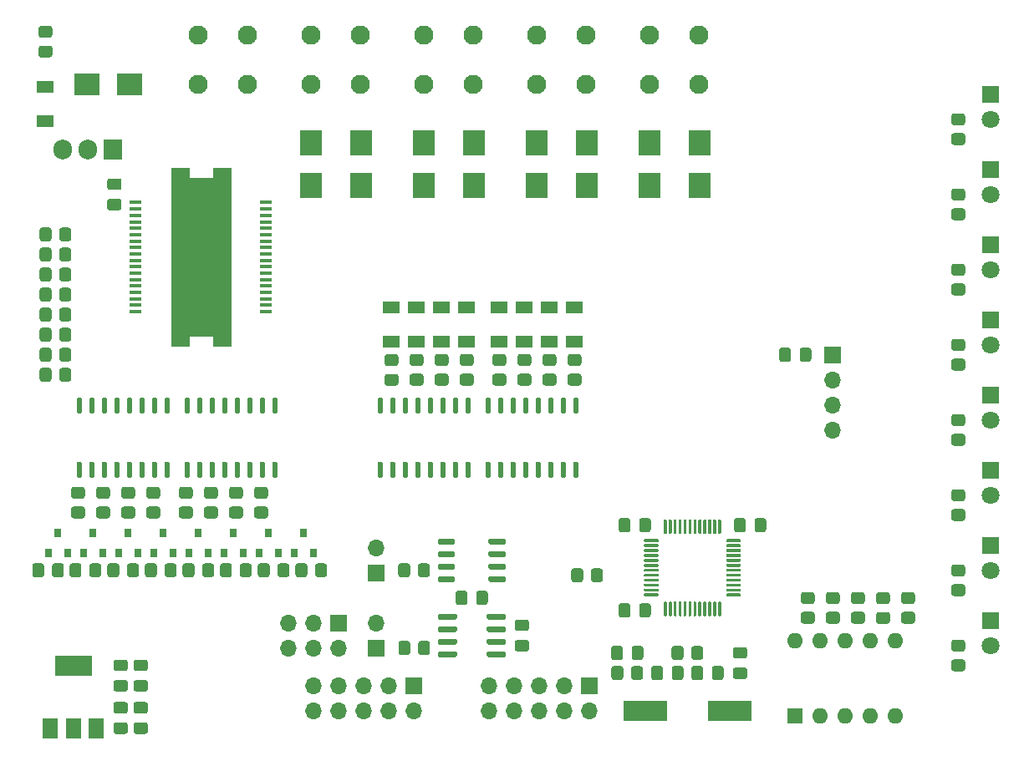
<source format=gbr>
%TF.GenerationSoftware,KiCad,Pcbnew,5.1.10-88a1d61d58~90~ubuntu20.04.1*%
%TF.CreationDate,2021-10-13T16:20:15+02:00*%
%TF.ProjectId,DO8_V1.2,444f385f-5631-42e3-922e-6b696361645f,rev?*%
%TF.SameCoordinates,Original*%
%TF.FileFunction,Soldermask,Top*%
%TF.FilePolarity,Negative*%
%FSLAX46Y46*%
G04 Gerber Fmt 4.6, Leading zero omitted, Abs format (unit mm)*
G04 Created by KiCad (PCBNEW 5.1.10-88a1d61d58~90~ubuntu20.04.1) date 2021-10-13 16:20:15*
%MOMM*%
%LPD*%
G01*
G04 APERTURE LIST*
%ADD10C,0.010000*%
%ADD11R,1.700000X1.300000*%
%ADD12O,1.700000X1.700000*%
%ADD13R,1.700000X1.700000*%
%ADD14R,4.500000X2.000000*%
%ADD15R,1.500000X2.000000*%
%ADD16R,3.800000X2.000000*%
%ADD17O,1.600000X1.600000*%
%ADD18R,1.600000X1.600000*%
%ADD19O,1.905000X2.000000*%
%ADD20R,1.905000X2.000000*%
%ADD21R,0.800000X0.900000*%
%ADD22C,1.950000*%
%ADD23R,1.300000X0.350000*%
%ADD24R,2.500000X2.300000*%
%ADD25R,2.300000X2.500000*%
%ADD26C,1.800000*%
%ADD27R,1.800000X1.800000*%
G04 APERTURE END LIST*
D10*
%TO.C,IC1*%
G36*
X90780000Y-90947830D02*
G01*
X90780000Y-108962000D01*
X89031970Y-108962000D01*
X89031970Y-90947830D01*
X90780000Y-90947830D01*
G37*
X90780000Y-90947830D02*
X90780000Y-108962000D01*
X89031970Y-108962000D01*
X89031970Y-90947830D01*
X90780000Y-90947830D01*
G36*
X86530000Y-90958870D02*
G01*
X86530000Y-108962000D01*
X84778960Y-108962000D01*
X84778960Y-90958870D01*
X86530000Y-90958870D01*
G37*
X86530000Y-90958870D02*
X86530000Y-108962000D01*
X84778960Y-108962000D01*
X84778960Y-90958870D01*
X86530000Y-90958870D01*
G36*
X89030000Y-91956810D02*
G01*
X89030000Y-107962000D01*
X86529190Y-107962000D01*
X86529190Y-91956810D01*
X89030000Y-91956810D01*
G37*
X89030000Y-91956810D02*
X89030000Y-107962000D01*
X86529190Y-107962000D01*
X86529190Y-91956810D01*
X89030000Y-91956810D01*
%TD*%
D11*
%TO.C,D26*%
X125626000Y-105070000D03*
X125626000Y-108570000D03*
%TD*%
%TO.C,D25*%
X123086000Y-105070000D03*
X123086000Y-108570000D03*
%TD*%
%TO.C,D24*%
X120546000Y-105070000D03*
X120546000Y-108570000D03*
%TD*%
%TO.C,D23*%
X118006000Y-105070000D03*
X118006000Y-108570000D03*
%TD*%
%TO.C,D22*%
X114704000Y-105070000D03*
X114704000Y-108570000D03*
%TD*%
%TO.C,D21*%
X112164000Y-105070000D03*
X112164000Y-108570000D03*
%TD*%
%TO.C,D20*%
X109624000Y-105070000D03*
X109624000Y-108570000D03*
%TD*%
%TO.C,D19*%
X107084000Y-105070000D03*
X107084000Y-108570000D03*
%TD*%
D12*
%TO.C,J1*%
X151788000Y-117488000D03*
X151788000Y-114948000D03*
X151788000Y-112408000D03*
D13*
X151788000Y-109868000D03*
%TD*%
D14*
%TO.C,Y1*%
X141306000Y-145936000D03*
X132806000Y-145936000D03*
%TD*%
%TO.C,U8*%
G36*
G01*
X125615500Y-120700000D02*
X125890500Y-120700000D01*
G75*
G02*
X126028000Y-120837500I0J-137500D01*
G01*
X126028000Y-122162500D01*
G75*
G02*
X125890500Y-122300000I-137500J0D01*
G01*
X125615500Y-122300000D01*
G75*
G02*
X125478000Y-122162500I0J137500D01*
G01*
X125478000Y-120837500D01*
G75*
G02*
X125615500Y-120700000I137500J0D01*
G01*
G37*
G36*
G01*
X124345500Y-120700000D02*
X124620500Y-120700000D01*
G75*
G02*
X124758000Y-120837500I0J-137500D01*
G01*
X124758000Y-122162500D01*
G75*
G02*
X124620500Y-122300000I-137500J0D01*
G01*
X124345500Y-122300000D01*
G75*
G02*
X124208000Y-122162500I0J137500D01*
G01*
X124208000Y-120837500D01*
G75*
G02*
X124345500Y-120700000I137500J0D01*
G01*
G37*
G36*
G01*
X123075500Y-120700000D02*
X123350500Y-120700000D01*
G75*
G02*
X123488000Y-120837500I0J-137500D01*
G01*
X123488000Y-122162500D01*
G75*
G02*
X123350500Y-122300000I-137500J0D01*
G01*
X123075500Y-122300000D01*
G75*
G02*
X122938000Y-122162500I0J137500D01*
G01*
X122938000Y-120837500D01*
G75*
G02*
X123075500Y-120700000I137500J0D01*
G01*
G37*
G36*
G01*
X121805500Y-120700000D02*
X122080500Y-120700000D01*
G75*
G02*
X122218000Y-120837500I0J-137500D01*
G01*
X122218000Y-122162500D01*
G75*
G02*
X122080500Y-122300000I-137500J0D01*
G01*
X121805500Y-122300000D01*
G75*
G02*
X121668000Y-122162500I0J137500D01*
G01*
X121668000Y-120837500D01*
G75*
G02*
X121805500Y-120700000I137500J0D01*
G01*
G37*
G36*
G01*
X120535500Y-120700000D02*
X120810500Y-120700000D01*
G75*
G02*
X120948000Y-120837500I0J-137500D01*
G01*
X120948000Y-122162500D01*
G75*
G02*
X120810500Y-122300000I-137500J0D01*
G01*
X120535500Y-122300000D01*
G75*
G02*
X120398000Y-122162500I0J137500D01*
G01*
X120398000Y-120837500D01*
G75*
G02*
X120535500Y-120700000I137500J0D01*
G01*
G37*
G36*
G01*
X119265500Y-120700000D02*
X119540500Y-120700000D01*
G75*
G02*
X119678000Y-120837500I0J-137500D01*
G01*
X119678000Y-122162500D01*
G75*
G02*
X119540500Y-122300000I-137500J0D01*
G01*
X119265500Y-122300000D01*
G75*
G02*
X119128000Y-122162500I0J137500D01*
G01*
X119128000Y-120837500D01*
G75*
G02*
X119265500Y-120700000I137500J0D01*
G01*
G37*
G36*
G01*
X117995500Y-120700000D02*
X118270500Y-120700000D01*
G75*
G02*
X118408000Y-120837500I0J-137500D01*
G01*
X118408000Y-122162500D01*
G75*
G02*
X118270500Y-122300000I-137500J0D01*
G01*
X117995500Y-122300000D01*
G75*
G02*
X117858000Y-122162500I0J137500D01*
G01*
X117858000Y-120837500D01*
G75*
G02*
X117995500Y-120700000I137500J0D01*
G01*
G37*
G36*
G01*
X116725500Y-120700000D02*
X117000500Y-120700000D01*
G75*
G02*
X117138000Y-120837500I0J-137500D01*
G01*
X117138000Y-122162500D01*
G75*
G02*
X117000500Y-122300000I-137500J0D01*
G01*
X116725500Y-122300000D01*
G75*
G02*
X116588000Y-122162500I0J137500D01*
G01*
X116588000Y-120837500D01*
G75*
G02*
X116725500Y-120700000I137500J0D01*
G01*
G37*
G36*
G01*
X116725500Y-114200000D02*
X117000500Y-114200000D01*
G75*
G02*
X117138000Y-114337500I0J-137500D01*
G01*
X117138000Y-115662500D01*
G75*
G02*
X117000500Y-115800000I-137500J0D01*
G01*
X116725500Y-115800000D01*
G75*
G02*
X116588000Y-115662500I0J137500D01*
G01*
X116588000Y-114337500D01*
G75*
G02*
X116725500Y-114200000I137500J0D01*
G01*
G37*
G36*
G01*
X117995500Y-114200000D02*
X118270500Y-114200000D01*
G75*
G02*
X118408000Y-114337500I0J-137500D01*
G01*
X118408000Y-115662500D01*
G75*
G02*
X118270500Y-115800000I-137500J0D01*
G01*
X117995500Y-115800000D01*
G75*
G02*
X117858000Y-115662500I0J137500D01*
G01*
X117858000Y-114337500D01*
G75*
G02*
X117995500Y-114200000I137500J0D01*
G01*
G37*
G36*
G01*
X119265500Y-114200000D02*
X119540500Y-114200000D01*
G75*
G02*
X119678000Y-114337500I0J-137500D01*
G01*
X119678000Y-115662500D01*
G75*
G02*
X119540500Y-115800000I-137500J0D01*
G01*
X119265500Y-115800000D01*
G75*
G02*
X119128000Y-115662500I0J137500D01*
G01*
X119128000Y-114337500D01*
G75*
G02*
X119265500Y-114200000I137500J0D01*
G01*
G37*
G36*
G01*
X120535500Y-114200000D02*
X120810500Y-114200000D01*
G75*
G02*
X120948000Y-114337500I0J-137500D01*
G01*
X120948000Y-115662500D01*
G75*
G02*
X120810500Y-115800000I-137500J0D01*
G01*
X120535500Y-115800000D01*
G75*
G02*
X120398000Y-115662500I0J137500D01*
G01*
X120398000Y-114337500D01*
G75*
G02*
X120535500Y-114200000I137500J0D01*
G01*
G37*
G36*
G01*
X121805500Y-114200000D02*
X122080500Y-114200000D01*
G75*
G02*
X122218000Y-114337500I0J-137500D01*
G01*
X122218000Y-115662500D01*
G75*
G02*
X122080500Y-115800000I-137500J0D01*
G01*
X121805500Y-115800000D01*
G75*
G02*
X121668000Y-115662500I0J137500D01*
G01*
X121668000Y-114337500D01*
G75*
G02*
X121805500Y-114200000I137500J0D01*
G01*
G37*
G36*
G01*
X123075500Y-114200000D02*
X123350500Y-114200000D01*
G75*
G02*
X123488000Y-114337500I0J-137500D01*
G01*
X123488000Y-115662500D01*
G75*
G02*
X123350500Y-115800000I-137500J0D01*
G01*
X123075500Y-115800000D01*
G75*
G02*
X122938000Y-115662500I0J137500D01*
G01*
X122938000Y-114337500D01*
G75*
G02*
X123075500Y-114200000I137500J0D01*
G01*
G37*
G36*
G01*
X124345500Y-114200000D02*
X124620500Y-114200000D01*
G75*
G02*
X124758000Y-114337500I0J-137500D01*
G01*
X124758000Y-115662500D01*
G75*
G02*
X124620500Y-115800000I-137500J0D01*
G01*
X124345500Y-115800000D01*
G75*
G02*
X124208000Y-115662500I0J137500D01*
G01*
X124208000Y-114337500D01*
G75*
G02*
X124345500Y-114200000I137500J0D01*
G01*
G37*
G36*
G01*
X125615500Y-114200000D02*
X125890500Y-114200000D01*
G75*
G02*
X126028000Y-114337500I0J-137500D01*
G01*
X126028000Y-115662500D01*
G75*
G02*
X125890500Y-115800000I-137500J0D01*
G01*
X125615500Y-115800000D01*
G75*
G02*
X125478000Y-115662500I0J137500D01*
G01*
X125478000Y-114337500D01*
G75*
G02*
X125615500Y-114200000I137500J0D01*
G01*
G37*
%TD*%
%TO.C,U7*%
G36*
G01*
X114693500Y-120700000D02*
X114968500Y-120700000D01*
G75*
G02*
X115106000Y-120837500I0J-137500D01*
G01*
X115106000Y-122162500D01*
G75*
G02*
X114968500Y-122300000I-137500J0D01*
G01*
X114693500Y-122300000D01*
G75*
G02*
X114556000Y-122162500I0J137500D01*
G01*
X114556000Y-120837500D01*
G75*
G02*
X114693500Y-120700000I137500J0D01*
G01*
G37*
G36*
G01*
X113423500Y-120700000D02*
X113698500Y-120700000D01*
G75*
G02*
X113836000Y-120837500I0J-137500D01*
G01*
X113836000Y-122162500D01*
G75*
G02*
X113698500Y-122300000I-137500J0D01*
G01*
X113423500Y-122300000D01*
G75*
G02*
X113286000Y-122162500I0J137500D01*
G01*
X113286000Y-120837500D01*
G75*
G02*
X113423500Y-120700000I137500J0D01*
G01*
G37*
G36*
G01*
X112153500Y-120700000D02*
X112428500Y-120700000D01*
G75*
G02*
X112566000Y-120837500I0J-137500D01*
G01*
X112566000Y-122162500D01*
G75*
G02*
X112428500Y-122300000I-137500J0D01*
G01*
X112153500Y-122300000D01*
G75*
G02*
X112016000Y-122162500I0J137500D01*
G01*
X112016000Y-120837500D01*
G75*
G02*
X112153500Y-120700000I137500J0D01*
G01*
G37*
G36*
G01*
X110883500Y-120700000D02*
X111158500Y-120700000D01*
G75*
G02*
X111296000Y-120837500I0J-137500D01*
G01*
X111296000Y-122162500D01*
G75*
G02*
X111158500Y-122300000I-137500J0D01*
G01*
X110883500Y-122300000D01*
G75*
G02*
X110746000Y-122162500I0J137500D01*
G01*
X110746000Y-120837500D01*
G75*
G02*
X110883500Y-120700000I137500J0D01*
G01*
G37*
G36*
G01*
X109613500Y-120700000D02*
X109888500Y-120700000D01*
G75*
G02*
X110026000Y-120837500I0J-137500D01*
G01*
X110026000Y-122162500D01*
G75*
G02*
X109888500Y-122300000I-137500J0D01*
G01*
X109613500Y-122300000D01*
G75*
G02*
X109476000Y-122162500I0J137500D01*
G01*
X109476000Y-120837500D01*
G75*
G02*
X109613500Y-120700000I137500J0D01*
G01*
G37*
G36*
G01*
X108343500Y-120700000D02*
X108618500Y-120700000D01*
G75*
G02*
X108756000Y-120837500I0J-137500D01*
G01*
X108756000Y-122162500D01*
G75*
G02*
X108618500Y-122300000I-137500J0D01*
G01*
X108343500Y-122300000D01*
G75*
G02*
X108206000Y-122162500I0J137500D01*
G01*
X108206000Y-120837500D01*
G75*
G02*
X108343500Y-120700000I137500J0D01*
G01*
G37*
G36*
G01*
X107073500Y-120700000D02*
X107348500Y-120700000D01*
G75*
G02*
X107486000Y-120837500I0J-137500D01*
G01*
X107486000Y-122162500D01*
G75*
G02*
X107348500Y-122300000I-137500J0D01*
G01*
X107073500Y-122300000D01*
G75*
G02*
X106936000Y-122162500I0J137500D01*
G01*
X106936000Y-120837500D01*
G75*
G02*
X107073500Y-120700000I137500J0D01*
G01*
G37*
G36*
G01*
X105803500Y-120700000D02*
X106078500Y-120700000D01*
G75*
G02*
X106216000Y-120837500I0J-137500D01*
G01*
X106216000Y-122162500D01*
G75*
G02*
X106078500Y-122300000I-137500J0D01*
G01*
X105803500Y-122300000D01*
G75*
G02*
X105666000Y-122162500I0J137500D01*
G01*
X105666000Y-120837500D01*
G75*
G02*
X105803500Y-120700000I137500J0D01*
G01*
G37*
G36*
G01*
X105803500Y-114200000D02*
X106078500Y-114200000D01*
G75*
G02*
X106216000Y-114337500I0J-137500D01*
G01*
X106216000Y-115662500D01*
G75*
G02*
X106078500Y-115800000I-137500J0D01*
G01*
X105803500Y-115800000D01*
G75*
G02*
X105666000Y-115662500I0J137500D01*
G01*
X105666000Y-114337500D01*
G75*
G02*
X105803500Y-114200000I137500J0D01*
G01*
G37*
G36*
G01*
X107073500Y-114200000D02*
X107348500Y-114200000D01*
G75*
G02*
X107486000Y-114337500I0J-137500D01*
G01*
X107486000Y-115662500D01*
G75*
G02*
X107348500Y-115800000I-137500J0D01*
G01*
X107073500Y-115800000D01*
G75*
G02*
X106936000Y-115662500I0J137500D01*
G01*
X106936000Y-114337500D01*
G75*
G02*
X107073500Y-114200000I137500J0D01*
G01*
G37*
G36*
G01*
X108343500Y-114200000D02*
X108618500Y-114200000D01*
G75*
G02*
X108756000Y-114337500I0J-137500D01*
G01*
X108756000Y-115662500D01*
G75*
G02*
X108618500Y-115800000I-137500J0D01*
G01*
X108343500Y-115800000D01*
G75*
G02*
X108206000Y-115662500I0J137500D01*
G01*
X108206000Y-114337500D01*
G75*
G02*
X108343500Y-114200000I137500J0D01*
G01*
G37*
G36*
G01*
X109613500Y-114200000D02*
X109888500Y-114200000D01*
G75*
G02*
X110026000Y-114337500I0J-137500D01*
G01*
X110026000Y-115662500D01*
G75*
G02*
X109888500Y-115800000I-137500J0D01*
G01*
X109613500Y-115800000D01*
G75*
G02*
X109476000Y-115662500I0J137500D01*
G01*
X109476000Y-114337500D01*
G75*
G02*
X109613500Y-114200000I137500J0D01*
G01*
G37*
G36*
G01*
X110883500Y-114200000D02*
X111158500Y-114200000D01*
G75*
G02*
X111296000Y-114337500I0J-137500D01*
G01*
X111296000Y-115662500D01*
G75*
G02*
X111158500Y-115800000I-137500J0D01*
G01*
X110883500Y-115800000D01*
G75*
G02*
X110746000Y-115662500I0J137500D01*
G01*
X110746000Y-114337500D01*
G75*
G02*
X110883500Y-114200000I137500J0D01*
G01*
G37*
G36*
G01*
X112153500Y-114200000D02*
X112428500Y-114200000D01*
G75*
G02*
X112566000Y-114337500I0J-137500D01*
G01*
X112566000Y-115662500D01*
G75*
G02*
X112428500Y-115800000I-137500J0D01*
G01*
X112153500Y-115800000D01*
G75*
G02*
X112016000Y-115662500I0J137500D01*
G01*
X112016000Y-114337500D01*
G75*
G02*
X112153500Y-114200000I137500J0D01*
G01*
G37*
G36*
G01*
X113423500Y-114200000D02*
X113698500Y-114200000D01*
G75*
G02*
X113836000Y-114337500I0J-137500D01*
G01*
X113836000Y-115662500D01*
G75*
G02*
X113698500Y-115800000I-137500J0D01*
G01*
X113423500Y-115800000D01*
G75*
G02*
X113286000Y-115662500I0J137500D01*
G01*
X113286000Y-114337500D01*
G75*
G02*
X113423500Y-114200000I137500J0D01*
G01*
G37*
G36*
G01*
X114693500Y-114200000D02*
X114968500Y-114200000D01*
G75*
G02*
X115106000Y-114337500I0J-137500D01*
G01*
X115106000Y-115662500D01*
G75*
G02*
X114968500Y-115800000I-137500J0D01*
G01*
X114693500Y-115800000D01*
G75*
G02*
X114556000Y-115662500I0J137500D01*
G01*
X114556000Y-114337500D01*
G75*
G02*
X114693500Y-114200000I137500J0D01*
G01*
G37*
%TD*%
%TO.C,U6*%
G36*
G01*
X86520500Y-115800000D02*
X86245500Y-115800000D01*
G75*
G02*
X86108000Y-115662500I0J137500D01*
G01*
X86108000Y-114337500D01*
G75*
G02*
X86245500Y-114200000I137500J0D01*
G01*
X86520500Y-114200000D01*
G75*
G02*
X86658000Y-114337500I0J-137500D01*
G01*
X86658000Y-115662500D01*
G75*
G02*
X86520500Y-115800000I-137500J0D01*
G01*
G37*
G36*
G01*
X87790500Y-115800000D02*
X87515500Y-115800000D01*
G75*
G02*
X87378000Y-115662500I0J137500D01*
G01*
X87378000Y-114337500D01*
G75*
G02*
X87515500Y-114200000I137500J0D01*
G01*
X87790500Y-114200000D01*
G75*
G02*
X87928000Y-114337500I0J-137500D01*
G01*
X87928000Y-115662500D01*
G75*
G02*
X87790500Y-115800000I-137500J0D01*
G01*
G37*
G36*
G01*
X89060500Y-115800000D02*
X88785500Y-115800000D01*
G75*
G02*
X88648000Y-115662500I0J137500D01*
G01*
X88648000Y-114337500D01*
G75*
G02*
X88785500Y-114200000I137500J0D01*
G01*
X89060500Y-114200000D01*
G75*
G02*
X89198000Y-114337500I0J-137500D01*
G01*
X89198000Y-115662500D01*
G75*
G02*
X89060500Y-115800000I-137500J0D01*
G01*
G37*
G36*
G01*
X90330500Y-115800000D02*
X90055500Y-115800000D01*
G75*
G02*
X89918000Y-115662500I0J137500D01*
G01*
X89918000Y-114337500D01*
G75*
G02*
X90055500Y-114200000I137500J0D01*
G01*
X90330500Y-114200000D01*
G75*
G02*
X90468000Y-114337500I0J-137500D01*
G01*
X90468000Y-115662500D01*
G75*
G02*
X90330500Y-115800000I-137500J0D01*
G01*
G37*
G36*
G01*
X91600500Y-115800000D02*
X91325500Y-115800000D01*
G75*
G02*
X91188000Y-115662500I0J137500D01*
G01*
X91188000Y-114337500D01*
G75*
G02*
X91325500Y-114200000I137500J0D01*
G01*
X91600500Y-114200000D01*
G75*
G02*
X91738000Y-114337500I0J-137500D01*
G01*
X91738000Y-115662500D01*
G75*
G02*
X91600500Y-115800000I-137500J0D01*
G01*
G37*
G36*
G01*
X92870500Y-115800000D02*
X92595500Y-115800000D01*
G75*
G02*
X92458000Y-115662500I0J137500D01*
G01*
X92458000Y-114337500D01*
G75*
G02*
X92595500Y-114200000I137500J0D01*
G01*
X92870500Y-114200000D01*
G75*
G02*
X93008000Y-114337500I0J-137500D01*
G01*
X93008000Y-115662500D01*
G75*
G02*
X92870500Y-115800000I-137500J0D01*
G01*
G37*
G36*
G01*
X94140500Y-115800000D02*
X93865500Y-115800000D01*
G75*
G02*
X93728000Y-115662500I0J137500D01*
G01*
X93728000Y-114337500D01*
G75*
G02*
X93865500Y-114200000I137500J0D01*
G01*
X94140500Y-114200000D01*
G75*
G02*
X94278000Y-114337500I0J-137500D01*
G01*
X94278000Y-115662500D01*
G75*
G02*
X94140500Y-115800000I-137500J0D01*
G01*
G37*
G36*
G01*
X95410500Y-115800000D02*
X95135500Y-115800000D01*
G75*
G02*
X94998000Y-115662500I0J137500D01*
G01*
X94998000Y-114337500D01*
G75*
G02*
X95135500Y-114200000I137500J0D01*
G01*
X95410500Y-114200000D01*
G75*
G02*
X95548000Y-114337500I0J-137500D01*
G01*
X95548000Y-115662500D01*
G75*
G02*
X95410500Y-115800000I-137500J0D01*
G01*
G37*
G36*
G01*
X95410500Y-122300000D02*
X95135500Y-122300000D01*
G75*
G02*
X94998000Y-122162500I0J137500D01*
G01*
X94998000Y-120837500D01*
G75*
G02*
X95135500Y-120700000I137500J0D01*
G01*
X95410500Y-120700000D01*
G75*
G02*
X95548000Y-120837500I0J-137500D01*
G01*
X95548000Y-122162500D01*
G75*
G02*
X95410500Y-122300000I-137500J0D01*
G01*
G37*
G36*
G01*
X94140500Y-122300000D02*
X93865500Y-122300000D01*
G75*
G02*
X93728000Y-122162500I0J137500D01*
G01*
X93728000Y-120837500D01*
G75*
G02*
X93865500Y-120700000I137500J0D01*
G01*
X94140500Y-120700000D01*
G75*
G02*
X94278000Y-120837500I0J-137500D01*
G01*
X94278000Y-122162500D01*
G75*
G02*
X94140500Y-122300000I-137500J0D01*
G01*
G37*
G36*
G01*
X92870500Y-122300000D02*
X92595500Y-122300000D01*
G75*
G02*
X92458000Y-122162500I0J137500D01*
G01*
X92458000Y-120837500D01*
G75*
G02*
X92595500Y-120700000I137500J0D01*
G01*
X92870500Y-120700000D01*
G75*
G02*
X93008000Y-120837500I0J-137500D01*
G01*
X93008000Y-122162500D01*
G75*
G02*
X92870500Y-122300000I-137500J0D01*
G01*
G37*
G36*
G01*
X91600500Y-122300000D02*
X91325500Y-122300000D01*
G75*
G02*
X91188000Y-122162500I0J137500D01*
G01*
X91188000Y-120837500D01*
G75*
G02*
X91325500Y-120700000I137500J0D01*
G01*
X91600500Y-120700000D01*
G75*
G02*
X91738000Y-120837500I0J-137500D01*
G01*
X91738000Y-122162500D01*
G75*
G02*
X91600500Y-122300000I-137500J0D01*
G01*
G37*
G36*
G01*
X90330500Y-122300000D02*
X90055500Y-122300000D01*
G75*
G02*
X89918000Y-122162500I0J137500D01*
G01*
X89918000Y-120837500D01*
G75*
G02*
X90055500Y-120700000I137500J0D01*
G01*
X90330500Y-120700000D01*
G75*
G02*
X90468000Y-120837500I0J-137500D01*
G01*
X90468000Y-122162500D01*
G75*
G02*
X90330500Y-122300000I-137500J0D01*
G01*
G37*
G36*
G01*
X89060500Y-122300000D02*
X88785500Y-122300000D01*
G75*
G02*
X88648000Y-122162500I0J137500D01*
G01*
X88648000Y-120837500D01*
G75*
G02*
X88785500Y-120700000I137500J0D01*
G01*
X89060500Y-120700000D01*
G75*
G02*
X89198000Y-120837500I0J-137500D01*
G01*
X89198000Y-122162500D01*
G75*
G02*
X89060500Y-122300000I-137500J0D01*
G01*
G37*
G36*
G01*
X87790500Y-122300000D02*
X87515500Y-122300000D01*
G75*
G02*
X87378000Y-122162500I0J137500D01*
G01*
X87378000Y-120837500D01*
G75*
G02*
X87515500Y-120700000I137500J0D01*
G01*
X87790500Y-120700000D01*
G75*
G02*
X87928000Y-120837500I0J-137500D01*
G01*
X87928000Y-122162500D01*
G75*
G02*
X87790500Y-122300000I-137500J0D01*
G01*
G37*
G36*
G01*
X86520500Y-122300000D02*
X86245500Y-122300000D01*
G75*
G02*
X86108000Y-122162500I0J137500D01*
G01*
X86108000Y-120837500D01*
G75*
G02*
X86245500Y-120700000I137500J0D01*
G01*
X86520500Y-120700000D01*
G75*
G02*
X86658000Y-120837500I0J-137500D01*
G01*
X86658000Y-122162500D01*
G75*
G02*
X86520500Y-122300000I-137500J0D01*
G01*
G37*
%TD*%
%TO.C,U5*%
G36*
G01*
X75598500Y-115800000D02*
X75323500Y-115800000D01*
G75*
G02*
X75186000Y-115662500I0J137500D01*
G01*
X75186000Y-114337500D01*
G75*
G02*
X75323500Y-114200000I137500J0D01*
G01*
X75598500Y-114200000D01*
G75*
G02*
X75736000Y-114337500I0J-137500D01*
G01*
X75736000Y-115662500D01*
G75*
G02*
X75598500Y-115800000I-137500J0D01*
G01*
G37*
G36*
G01*
X76868500Y-115800000D02*
X76593500Y-115800000D01*
G75*
G02*
X76456000Y-115662500I0J137500D01*
G01*
X76456000Y-114337500D01*
G75*
G02*
X76593500Y-114200000I137500J0D01*
G01*
X76868500Y-114200000D01*
G75*
G02*
X77006000Y-114337500I0J-137500D01*
G01*
X77006000Y-115662500D01*
G75*
G02*
X76868500Y-115800000I-137500J0D01*
G01*
G37*
G36*
G01*
X78138500Y-115800000D02*
X77863500Y-115800000D01*
G75*
G02*
X77726000Y-115662500I0J137500D01*
G01*
X77726000Y-114337500D01*
G75*
G02*
X77863500Y-114200000I137500J0D01*
G01*
X78138500Y-114200000D01*
G75*
G02*
X78276000Y-114337500I0J-137500D01*
G01*
X78276000Y-115662500D01*
G75*
G02*
X78138500Y-115800000I-137500J0D01*
G01*
G37*
G36*
G01*
X79408500Y-115800000D02*
X79133500Y-115800000D01*
G75*
G02*
X78996000Y-115662500I0J137500D01*
G01*
X78996000Y-114337500D01*
G75*
G02*
X79133500Y-114200000I137500J0D01*
G01*
X79408500Y-114200000D01*
G75*
G02*
X79546000Y-114337500I0J-137500D01*
G01*
X79546000Y-115662500D01*
G75*
G02*
X79408500Y-115800000I-137500J0D01*
G01*
G37*
G36*
G01*
X80678500Y-115800000D02*
X80403500Y-115800000D01*
G75*
G02*
X80266000Y-115662500I0J137500D01*
G01*
X80266000Y-114337500D01*
G75*
G02*
X80403500Y-114200000I137500J0D01*
G01*
X80678500Y-114200000D01*
G75*
G02*
X80816000Y-114337500I0J-137500D01*
G01*
X80816000Y-115662500D01*
G75*
G02*
X80678500Y-115800000I-137500J0D01*
G01*
G37*
G36*
G01*
X81948500Y-115800000D02*
X81673500Y-115800000D01*
G75*
G02*
X81536000Y-115662500I0J137500D01*
G01*
X81536000Y-114337500D01*
G75*
G02*
X81673500Y-114200000I137500J0D01*
G01*
X81948500Y-114200000D01*
G75*
G02*
X82086000Y-114337500I0J-137500D01*
G01*
X82086000Y-115662500D01*
G75*
G02*
X81948500Y-115800000I-137500J0D01*
G01*
G37*
G36*
G01*
X83218500Y-115800000D02*
X82943500Y-115800000D01*
G75*
G02*
X82806000Y-115662500I0J137500D01*
G01*
X82806000Y-114337500D01*
G75*
G02*
X82943500Y-114200000I137500J0D01*
G01*
X83218500Y-114200000D01*
G75*
G02*
X83356000Y-114337500I0J-137500D01*
G01*
X83356000Y-115662500D01*
G75*
G02*
X83218500Y-115800000I-137500J0D01*
G01*
G37*
G36*
G01*
X84488500Y-115800000D02*
X84213500Y-115800000D01*
G75*
G02*
X84076000Y-115662500I0J137500D01*
G01*
X84076000Y-114337500D01*
G75*
G02*
X84213500Y-114200000I137500J0D01*
G01*
X84488500Y-114200000D01*
G75*
G02*
X84626000Y-114337500I0J-137500D01*
G01*
X84626000Y-115662500D01*
G75*
G02*
X84488500Y-115800000I-137500J0D01*
G01*
G37*
G36*
G01*
X84488500Y-122300000D02*
X84213500Y-122300000D01*
G75*
G02*
X84076000Y-122162500I0J137500D01*
G01*
X84076000Y-120837500D01*
G75*
G02*
X84213500Y-120700000I137500J0D01*
G01*
X84488500Y-120700000D01*
G75*
G02*
X84626000Y-120837500I0J-137500D01*
G01*
X84626000Y-122162500D01*
G75*
G02*
X84488500Y-122300000I-137500J0D01*
G01*
G37*
G36*
G01*
X83218500Y-122300000D02*
X82943500Y-122300000D01*
G75*
G02*
X82806000Y-122162500I0J137500D01*
G01*
X82806000Y-120837500D01*
G75*
G02*
X82943500Y-120700000I137500J0D01*
G01*
X83218500Y-120700000D01*
G75*
G02*
X83356000Y-120837500I0J-137500D01*
G01*
X83356000Y-122162500D01*
G75*
G02*
X83218500Y-122300000I-137500J0D01*
G01*
G37*
G36*
G01*
X81948500Y-122300000D02*
X81673500Y-122300000D01*
G75*
G02*
X81536000Y-122162500I0J137500D01*
G01*
X81536000Y-120837500D01*
G75*
G02*
X81673500Y-120700000I137500J0D01*
G01*
X81948500Y-120700000D01*
G75*
G02*
X82086000Y-120837500I0J-137500D01*
G01*
X82086000Y-122162500D01*
G75*
G02*
X81948500Y-122300000I-137500J0D01*
G01*
G37*
G36*
G01*
X80678500Y-122300000D02*
X80403500Y-122300000D01*
G75*
G02*
X80266000Y-122162500I0J137500D01*
G01*
X80266000Y-120837500D01*
G75*
G02*
X80403500Y-120700000I137500J0D01*
G01*
X80678500Y-120700000D01*
G75*
G02*
X80816000Y-120837500I0J-137500D01*
G01*
X80816000Y-122162500D01*
G75*
G02*
X80678500Y-122300000I-137500J0D01*
G01*
G37*
G36*
G01*
X79408500Y-122300000D02*
X79133500Y-122300000D01*
G75*
G02*
X78996000Y-122162500I0J137500D01*
G01*
X78996000Y-120837500D01*
G75*
G02*
X79133500Y-120700000I137500J0D01*
G01*
X79408500Y-120700000D01*
G75*
G02*
X79546000Y-120837500I0J-137500D01*
G01*
X79546000Y-122162500D01*
G75*
G02*
X79408500Y-122300000I-137500J0D01*
G01*
G37*
G36*
G01*
X78138500Y-122300000D02*
X77863500Y-122300000D01*
G75*
G02*
X77726000Y-122162500I0J137500D01*
G01*
X77726000Y-120837500D01*
G75*
G02*
X77863500Y-120700000I137500J0D01*
G01*
X78138500Y-120700000D01*
G75*
G02*
X78276000Y-120837500I0J-137500D01*
G01*
X78276000Y-122162500D01*
G75*
G02*
X78138500Y-122300000I-137500J0D01*
G01*
G37*
G36*
G01*
X76868500Y-122300000D02*
X76593500Y-122300000D01*
G75*
G02*
X76456000Y-122162500I0J137500D01*
G01*
X76456000Y-120837500D01*
G75*
G02*
X76593500Y-120700000I137500J0D01*
G01*
X76868500Y-120700000D01*
G75*
G02*
X77006000Y-120837500I0J-137500D01*
G01*
X77006000Y-122162500D01*
G75*
G02*
X76868500Y-122300000I-137500J0D01*
G01*
G37*
G36*
G01*
X75598500Y-122300000D02*
X75323500Y-122300000D01*
G75*
G02*
X75186000Y-122162500I0J137500D01*
G01*
X75186000Y-120837500D01*
G75*
G02*
X75323500Y-120700000I137500J0D01*
G01*
X75598500Y-120700000D01*
G75*
G02*
X75736000Y-120837500I0J-137500D01*
G01*
X75736000Y-122162500D01*
G75*
G02*
X75598500Y-122300000I-137500J0D01*
G01*
G37*
%TD*%
D15*
%TO.C,U4*%
X72540000Y-147714000D03*
X77140000Y-147714000D03*
X74840000Y-147714000D03*
D16*
X74840000Y-141414000D03*
%TD*%
%TO.C,U3*%
G36*
G01*
X134064000Y-134358000D02*
X132739000Y-134358000D01*
G75*
G02*
X132664000Y-134283000I0J75000D01*
G01*
X132664000Y-134133000D01*
G75*
G02*
X132739000Y-134058000I75000J0D01*
G01*
X134064000Y-134058000D01*
G75*
G02*
X134139000Y-134133000I0J-75000D01*
G01*
X134139000Y-134283000D01*
G75*
G02*
X134064000Y-134358000I-75000J0D01*
G01*
G37*
G36*
G01*
X134064000Y-133858000D02*
X132739000Y-133858000D01*
G75*
G02*
X132664000Y-133783000I0J75000D01*
G01*
X132664000Y-133633000D01*
G75*
G02*
X132739000Y-133558000I75000J0D01*
G01*
X134064000Y-133558000D01*
G75*
G02*
X134139000Y-133633000I0J-75000D01*
G01*
X134139000Y-133783000D01*
G75*
G02*
X134064000Y-133858000I-75000J0D01*
G01*
G37*
G36*
G01*
X134064000Y-133358000D02*
X132739000Y-133358000D01*
G75*
G02*
X132664000Y-133283000I0J75000D01*
G01*
X132664000Y-133133000D01*
G75*
G02*
X132739000Y-133058000I75000J0D01*
G01*
X134064000Y-133058000D01*
G75*
G02*
X134139000Y-133133000I0J-75000D01*
G01*
X134139000Y-133283000D01*
G75*
G02*
X134064000Y-133358000I-75000J0D01*
G01*
G37*
G36*
G01*
X134064000Y-132858000D02*
X132739000Y-132858000D01*
G75*
G02*
X132664000Y-132783000I0J75000D01*
G01*
X132664000Y-132633000D01*
G75*
G02*
X132739000Y-132558000I75000J0D01*
G01*
X134064000Y-132558000D01*
G75*
G02*
X134139000Y-132633000I0J-75000D01*
G01*
X134139000Y-132783000D01*
G75*
G02*
X134064000Y-132858000I-75000J0D01*
G01*
G37*
G36*
G01*
X134064000Y-132358000D02*
X132739000Y-132358000D01*
G75*
G02*
X132664000Y-132283000I0J75000D01*
G01*
X132664000Y-132133000D01*
G75*
G02*
X132739000Y-132058000I75000J0D01*
G01*
X134064000Y-132058000D01*
G75*
G02*
X134139000Y-132133000I0J-75000D01*
G01*
X134139000Y-132283000D01*
G75*
G02*
X134064000Y-132358000I-75000J0D01*
G01*
G37*
G36*
G01*
X134064000Y-131858000D02*
X132739000Y-131858000D01*
G75*
G02*
X132664000Y-131783000I0J75000D01*
G01*
X132664000Y-131633000D01*
G75*
G02*
X132739000Y-131558000I75000J0D01*
G01*
X134064000Y-131558000D01*
G75*
G02*
X134139000Y-131633000I0J-75000D01*
G01*
X134139000Y-131783000D01*
G75*
G02*
X134064000Y-131858000I-75000J0D01*
G01*
G37*
G36*
G01*
X134064000Y-131358000D02*
X132739000Y-131358000D01*
G75*
G02*
X132664000Y-131283000I0J75000D01*
G01*
X132664000Y-131133000D01*
G75*
G02*
X132739000Y-131058000I75000J0D01*
G01*
X134064000Y-131058000D01*
G75*
G02*
X134139000Y-131133000I0J-75000D01*
G01*
X134139000Y-131283000D01*
G75*
G02*
X134064000Y-131358000I-75000J0D01*
G01*
G37*
G36*
G01*
X134064000Y-130858000D02*
X132739000Y-130858000D01*
G75*
G02*
X132664000Y-130783000I0J75000D01*
G01*
X132664000Y-130633000D01*
G75*
G02*
X132739000Y-130558000I75000J0D01*
G01*
X134064000Y-130558000D01*
G75*
G02*
X134139000Y-130633000I0J-75000D01*
G01*
X134139000Y-130783000D01*
G75*
G02*
X134064000Y-130858000I-75000J0D01*
G01*
G37*
G36*
G01*
X134064000Y-130358000D02*
X132739000Y-130358000D01*
G75*
G02*
X132664000Y-130283000I0J75000D01*
G01*
X132664000Y-130133000D01*
G75*
G02*
X132739000Y-130058000I75000J0D01*
G01*
X134064000Y-130058000D01*
G75*
G02*
X134139000Y-130133000I0J-75000D01*
G01*
X134139000Y-130283000D01*
G75*
G02*
X134064000Y-130358000I-75000J0D01*
G01*
G37*
G36*
G01*
X134064000Y-129858000D02*
X132739000Y-129858000D01*
G75*
G02*
X132664000Y-129783000I0J75000D01*
G01*
X132664000Y-129633000D01*
G75*
G02*
X132739000Y-129558000I75000J0D01*
G01*
X134064000Y-129558000D01*
G75*
G02*
X134139000Y-129633000I0J-75000D01*
G01*
X134139000Y-129783000D01*
G75*
G02*
X134064000Y-129858000I-75000J0D01*
G01*
G37*
G36*
G01*
X134064000Y-129358000D02*
X132739000Y-129358000D01*
G75*
G02*
X132664000Y-129283000I0J75000D01*
G01*
X132664000Y-129133000D01*
G75*
G02*
X132739000Y-129058000I75000J0D01*
G01*
X134064000Y-129058000D01*
G75*
G02*
X134139000Y-129133000I0J-75000D01*
G01*
X134139000Y-129283000D01*
G75*
G02*
X134064000Y-129358000I-75000J0D01*
G01*
G37*
G36*
G01*
X134064000Y-128858000D02*
X132739000Y-128858000D01*
G75*
G02*
X132664000Y-128783000I0J75000D01*
G01*
X132664000Y-128633000D01*
G75*
G02*
X132739000Y-128558000I75000J0D01*
G01*
X134064000Y-128558000D01*
G75*
G02*
X134139000Y-128633000I0J-75000D01*
G01*
X134139000Y-128783000D01*
G75*
G02*
X134064000Y-128858000I-75000J0D01*
G01*
G37*
G36*
G01*
X134889000Y-128033000D02*
X134739000Y-128033000D01*
G75*
G02*
X134664000Y-127958000I0J75000D01*
G01*
X134664000Y-126633000D01*
G75*
G02*
X134739000Y-126558000I75000J0D01*
G01*
X134889000Y-126558000D01*
G75*
G02*
X134964000Y-126633000I0J-75000D01*
G01*
X134964000Y-127958000D01*
G75*
G02*
X134889000Y-128033000I-75000J0D01*
G01*
G37*
G36*
G01*
X135389000Y-128033000D02*
X135239000Y-128033000D01*
G75*
G02*
X135164000Y-127958000I0J75000D01*
G01*
X135164000Y-126633000D01*
G75*
G02*
X135239000Y-126558000I75000J0D01*
G01*
X135389000Y-126558000D01*
G75*
G02*
X135464000Y-126633000I0J-75000D01*
G01*
X135464000Y-127958000D01*
G75*
G02*
X135389000Y-128033000I-75000J0D01*
G01*
G37*
G36*
G01*
X135889000Y-128033000D02*
X135739000Y-128033000D01*
G75*
G02*
X135664000Y-127958000I0J75000D01*
G01*
X135664000Y-126633000D01*
G75*
G02*
X135739000Y-126558000I75000J0D01*
G01*
X135889000Y-126558000D01*
G75*
G02*
X135964000Y-126633000I0J-75000D01*
G01*
X135964000Y-127958000D01*
G75*
G02*
X135889000Y-128033000I-75000J0D01*
G01*
G37*
G36*
G01*
X136389000Y-128033000D02*
X136239000Y-128033000D01*
G75*
G02*
X136164000Y-127958000I0J75000D01*
G01*
X136164000Y-126633000D01*
G75*
G02*
X136239000Y-126558000I75000J0D01*
G01*
X136389000Y-126558000D01*
G75*
G02*
X136464000Y-126633000I0J-75000D01*
G01*
X136464000Y-127958000D01*
G75*
G02*
X136389000Y-128033000I-75000J0D01*
G01*
G37*
G36*
G01*
X136889000Y-128033000D02*
X136739000Y-128033000D01*
G75*
G02*
X136664000Y-127958000I0J75000D01*
G01*
X136664000Y-126633000D01*
G75*
G02*
X136739000Y-126558000I75000J0D01*
G01*
X136889000Y-126558000D01*
G75*
G02*
X136964000Y-126633000I0J-75000D01*
G01*
X136964000Y-127958000D01*
G75*
G02*
X136889000Y-128033000I-75000J0D01*
G01*
G37*
G36*
G01*
X137389000Y-128033000D02*
X137239000Y-128033000D01*
G75*
G02*
X137164000Y-127958000I0J75000D01*
G01*
X137164000Y-126633000D01*
G75*
G02*
X137239000Y-126558000I75000J0D01*
G01*
X137389000Y-126558000D01*
G75*
G02*
X137464000Y-126633000I0J-75000D01*
G01*
X137464000Y-127958000D01*
G75*
G02*
X137389000Y-128033000I-75000J0D01*
G01*
G37*
G36*
G01*
X137889000Y-128033000D02*
X137739000Y-128033000D01*
G75*
G02*
X137664000Y-127958000I0J75000D01*
G01*
X137664000Y-126633000D01*
G75*
G02*
X137739000Y-126558000I75000J0D01*
G01*
X137889000Y-126558000D01*
G75*
G02*
X137964000Y-126633000I0J-75000D01*
G01*
X137964000Y-127958000D01*
G75*
G02*
X137889000Y-128033000I-75000J0D01*
G01*
G37*
G36*
G01*
X138389000Y-128033000D02*
X138239000Y-128033000D01*
G75*
G02*
X138164000Y-127958000I0J75000D01*
G01*
X138164000Y-126633000D01*
G75*
G02*
X138239000Y-126558000I75000J0D01*
G01*
X138389000Y-126558000D01*
G75*
G02*
X138464000Y-126633000I0J-75000D01*
G01*
X138464000Y-127958000D01*
G75*
G02*
X138389000Y-128033000I-75000J0D01*
G01*
G37*
G36*
G01*
X138889000Y-128033000D02*
X138739000Y-128033000D01*
G75*
G02*
X138664000Y-127958000I0J75000D01*
G01*
X138664000Y-126633000D01*
G75*
G02*
X138739000Y-126558000I75000J0D01*
G01*
X138889000Y-126558000D01*
G75*
G02*
X138964000Y-126633000I0J-75000D01*
G01*
X138964000Y-127958000D01*
G75*
G02*
X138889000Y-128033000I-75000J0D01*
G01*
G37*
G36*
G01*
X139389000Y-128033000D02*
X139239000Y-128033000D01*
G75*
G02*
X139164000Y-127958000I0J75000D01*
G01*
X139164000Y-126633000D01*
G75*
G02*
X139239000Y-126558000I75000J0D01*
G01*
X139389000Y-126558000D01*
G75*
G02*
X139464000Y-126633000I0J-75000D01*
G01*
X139464000Y-127958000D01*
G75*
G02*
X139389000Y-128033000I-75000J0D01*
G01*
G37*
G36*
G01*
X139889000Y-128033000D02*
X139739000Y-128033000D01*
G75*
G02*
X139664000Y-127958000I0J75000D01*
G01*
X139664000Y-126633000D01*
G75*
G02*
X139739000Y-126558000I75000J0D01*
G01*
X139889000Y-126558000D01*
G75*
G02*
X139964000Y-126633000I0J-75000D01*
G01*
X139964000Y-127958000D01*
G75*
G02*
X139889000Y-128033000I-75000J0D01*
G01*
G37*
G36*
G01*
X140389000Y-128033000D02*
X140239000Y-128033000D01*
G75*
G02*
X140164000Y-127958000I0J75000D01*
G01*
X140164000Y-126633000D01*
G75*
G02*
X140239000Y-126558000I75000J0D01*
G01*
X140389000Y-126558000D01*
G75*
G02*
X140464000Y-126633000I0J-75000D01*
G01*
X140464000Y-127958000D01*
G75*
G02*
X140389000Y-128033000I-75000J0D01*
G01*
G37*
G36*
G01*
X142389000Y-128858000D02*
X141064000Y-128858000D01*
G75*
G02*
X140989000Y-128783000I0J75000D01*
G01*
X140989000Y-128633000D01*
G75*
G02*
X141064000Y-128558000I75000J0D01*
G01*
X142389000Y-128558000D01*
G75*
G02*
X142464000Y-128633000I0J-75000D01*
G01*
X142464000Y-128783000D01*
G75*
G02*
X142389000Y-128858000I-75000J0D01*
G01*
G37*
G36*
G01*
X142389000Y-129358000D02*
X141064000Y-129358000D01*
G75*
G02*
X140989000Y-129283000I0J75000D01*
G01*
X140989000Y-129133000D01*
G75*
G02*
X141064000Y-129058000I75000J0D01*
G01*
X142389000Y-129058000D01*
G75*
G02*
X142464000Y-129133000I0J-75000D01*
G01*
X142464000Y-129283000D01*
G75*
G02*
X142389000Y-129358000I-75000J0D01*
G01*
G37*
G36*
G01*
X142389000Y-129858000D02*
X141064000Y-129858000D01*
G75*
G02*
X140989000Y-129783000I0J75000D01*
G01*
X140989000Y-129633000D01*
G75*
G02*
X141064000Y-129558000I75000J0D01*
G01*
X142389000Y-129558000D01*
G75*
G02*
X142464000Y-129633000I0J-75000D01*
G01*
X142464000Y-129783000D01*
G75*
G02*
X142389000Y-129858000I-75000J0D01*
G01*
G37*
G36*
G01*
X142389000Y-130358000D02*
X141064000Y-130358000D01*
G75*
G02*
X140989000Y-130283000I0J75000D01*
G01*
X140989000Y-130133000D01*
G75*
G02*
X141064000Y-130058000I75000J0D01*
G01*
X142389000Y-130058000D01*
G75*
G02*
X142464000Y-130133000I0J-75000D01*
G01*
X142464000Y-130283000D01*
G75*
G02*
X142389000Y-130358000I-75000J0D01*
G01*
G37*
G36*
G01*
X142389000Y-130858000D02*
X141064000Y-130858000D01*
G75*
G02*
X140989000Y-130783000I0J75000D01*
G01*
X140989000Y-130633000D01*
G75*
G02*
X141064000Y-130558000I75000J0D01*
G01*
X142389000Y-130558000D01*
G75*
G02*
X142464000Y-130633000I0J-75000D01*
G01*
X142464000Y-130783000D01*
G75*
G02*
X142389000Y-130858000I-75000J0D01*
G01*
G37*
G36*
G01*
X142389000Y-131358000D02*
X141064000Y-131358000D01*
G75*
G02*
X140989000Y-131283000I0J75000D01*
G01*
X140989000Y-131133000D01*
G75*
G02*
X141064000Y-131058000I75000J0D01*
G01*
X142389000Y-131058000D01*
G75*
G02*
X142464000Y-131133000I0J-75000D01*
G01*
X142464000Y-131283000D01*
G75*
G02*
X142389000Y-131358000I-75000J0D01*
G01*
G37*
G36*
G01*
X142389000Y-131858000D02*
X141064000Y-131858000D01*
G75*
G02*
X140989000Y-131783000I0J75000D01*
G01*
X140989000Y-131633000D01*
G75*
G02*
X141064000Y-131558000I75000J0D01*
G01*
X142389000Y-131558000D01*
G75*
G02*
X142464000Y-131633000I0J-75000D01*
G01*
X142464000Y-131783000D01*
G75*
G02*
X142389000Y-131858000I-75000J0D01*
G01*
G37*
G36*
G01*
X142389000Y-132358000D02*
X141064000Y-132358000D01*
G75*
G02*
X140989000Y-132283000I0J75000D01*
G01*
X140989000Y-132133000D01*
G75*
G02*
X141064000Y-132058000I75000J0D01*
G01*
X142389000Y-132058000D01*
G75*
G02*
X142464000Y-132133000I0J-75000D01*
G01*
X142464000Y-132283000D01*
G75*
G02*
X142389000Y-132358000I-75000J0D01*
G01*
G37*
G36*
G01*
X142389000Y-132858000D02*
X141064000Y-132858000D01*
G75*
G02*
X140989000Y-132783000I0J75000D01*
G01*
X140989000Y-132633000D01*
G75*
G02*
X141064000Y-132558000I75000J0D01*
G01*
X142389000Y-132558000D01*
G75*
G02*
X142464000Y-132633000I0J-75000D01*
G01*
X142464000Y-132783000D01*
G75*
G02*
X142389000Y-132858000I-75000J0D01*
G01*
G37*
G36*
G01*
X142389000Y-133358000D02*
X141064000Y-133358000D01*
G75*
G02*
X140989000Y-133283000I0J75000D01*
G01*
X140989000Y-133133000D01*
G75*
G02*
X141064000Y-133058000I75000J0D01*
G01*
X142389000Y-133058000D01*
G75*
G02*
X142464000Y-133133000I0J-75000D01*
G01*
X142464000Y-133283000D01*
G75*
G02*
X142389000Y-133358000I-75000J0D01*
G01*
G37*
G36*
G01*
X142389000Y-133858000D02*
X141064000Y-133858000D01*
G75*
G02*
X140989000Y-133783000I0J75000D01*
G01*
X140989000Y-133633000D01*
G75*
G02*
X141064000Y-133558000I75000J0D01*
G01*
X142389000Y-133558000D01*
G75*
G02*
X142464000Y-133633000I0J-75000D01*
G01*
X142464000Y-133783000D01*
G75*
G02*
X142389000Y-133858000I-75000J0D01*
G01*
G37*
G36*
G01*
X142389000Y-134358000D02*
X141064000Y-134358000D01*
G75*
G02*
X140989000Y-134283000I0J75000D01*
G01*
X140989000Y-134133000D01*
G75*
G02*
X141064000Y-134058000I75000J0D01*
G01*
X142389000Y-134058000D01*
G75*
G02*
X142464000Y-134133000I0J-75000D01*
G01*
X142464000Y-134283000D01*
G75*
G02*
X142389000Y-134358000I-75000J0D01*
G01*
G37*
G36*
G01*
X140389000Y-136358000D02*
X140239000Y-136358000D01*
G75*
G02*
X140164000Y-136283000I0J75000D01*
G01*
X140164000Y-134958000D01*
G75*
G02*
X140239000Y-134883000I75000J0D01*
G01*
X140389000Y-134883000D01*
G75*
G02*
X140464000Y-134958000I0J-75000D01*
G01*
X140464000Y-136283000D01*
G75*
G02*
X140389000Y-136358000I-75000J0D01*
G01*
G37*
G36*
G01*
X139889000Y-136358000D02*
X139739000Y-136358000D01*
G75*
G02*
X139664000Y-136283000I0J75000D01*
G01*
X139664000Y-134958000D01*
G75*
G02*
X139739000Y-134883000I75000J0D01*
G01*
X139889000Y-134883000D01*
G75*
G02*
X139964000Y-134958000I0J-75000D01*
G01*
X139964000Y-136283000D01*
G75*
G02*
X139889000Y-136358000I-75000J0D01*
G01*
G37*
G36*
G01*
X139389000Y-136358000D02*
X139239000Y-136358000D01*
G75*
G02*
X139164000Y-136283000I0J75000D01*
G01*
X139164000Y-134958000D01*
G75*
G02*
X139239000Y-134883000I75000J0D01*
G01*
X139389000Y-134883000D01*
G75*
G02*
X139464000Y-134958000I0J-75000D01*
G01*
X139464000Y-136283000D01*
G75*
G02*
X139389000Y-136358000I-75000J0D01*
G01*
G37*
G36*
G01*
X138889000Y-136358000D02*
X138739000Y-136358000D01*
G75*
G02*
X138664000Y-136283000I0J75000D01*
G01*
X138664000Y-134958000D01*
G75*
G02*
X138739000Y-134883000I75000J0D01*
G01*
X138889000Y-134883000D01*
G75*
G02*
X138964000Y-134958000I0J-75000D01*
G01*
X138964000Y-136283000D01*
G75*
G02*
X138889000Y-136358000I-75000J0D01*
G01*
G37*
G36*
G01*
X138389000Y-136358000D02*
X138239000Y-136358000D01*
G75*
G02*
X138164000Y-136283000I0J75000D01*
G01*
X138164000Y-134958000D01*
G75*
G02*
X138239000Y-134883000I75000J0D01*
G01*
X138389000Y-134883000D01*
G75*
G02*
X138464000Y-134958000I0J-75000D01*
G01*
X138464000Y-136283000D01*
G75*
G02*
X138389000Y-136358000I-75000J0D01*
G01*
G37*
G36*
G01*
X137889000Y-136358000D02*
X137739000Y-136358000D01*
G75*
G02*
X137664000Y-136283000I0J75000D01*
G01*
X137664000Y-134958000D01*
G75*
G02*
X137739000Y-134883000I75000J0D01*
G01*
X137889000Y-134883000D01*
G75*
G02*
X137964000Y-134958000I0J-75000D01*
G01*
X137964000Y-136283000D01*
G75*
G02*
X137889000Y-136358000I-75000J0D01*
G01*
G37*
G36*
G01*
X137389000Y-136358000D02*
X137239000Y-136358000D01*
G75*
G02*
X137164000Y-136283000I0J75000D01*
G01*
X137164000Y-134958000D01*
G75*
G02*
X137239000Y-134883000I75000J0D01*
G01*
X137389000Y-134883000D01*
G75*
G02*
X137464000Y-134958000I0J-75000D01*
G01*
X137464000Y-136283000D01*
G75*
G02*
X137389000Y-136358000I-75000J0D01*
G01*
G37*
G36*
G01*
X136889000Y-136358000D02*
X136739000Y-136358000D01*
G75*
G02*
X136664000Y-136283000I0J75000D01*
G01*
X136664000Y-134958000D01*
G75*
G02*
X136739000Y-134883000I75000J0D01*
G01*
X136889000Y-134883000D01*
G75*
G02*
X136964000Y-134958000I0J-75000D01*
G01*
X136964000Y-136283000D01*
G75*
G02*
X136889000Y-136358000I-75000J0D01*
G01*
G37*
G36*
G01*
X136389000Y-136358000D02*
X136239000Y-136358000D01*
G75*
G02*
X136164000Y-136283000I0J75000D01*
G01*
X136164000Y-134958000D01*
G75*
G02*
X136239000Y-134883000I75000J0D01*
G01*
X136389000Y-134883000D01*
G75*
G02*
X136464000Y-134958000I0J-75000D01*
G01*
X136464000Y-136283000D01*
G75*
G02*
X136389000Y-136358000I-75000J0D01*
G01*
G37*
G36*
G01*
X135889000Y-136358000D02*
X135739000Y-136358000D01*
G75*
G02*
X135664000Y-136283000I0J75000D01*
G01*
X135664000Y-134958000D01*
G75*
G02*
X135739000Y-134883000I75000J0D01*
G01*
X135889000Y-134883000D01*
G75*
G02*
X135964000Y-134958000I0J-75000D01*
G01*
X135964000Y-136283000D01*
G75*
G02*
X135889000Y-136358000I-75000J0D01*
G01*
G37*
G36*
G01*
X135389000Y-136358000D02*
X135239000Y-136358000D01*
G75*
G02*
X135164000Y-136283000I0J75000D01*
G01*
X135164000Y-134958000D01*
G75*
G02*
X135239000Y-134883000I75000J0D01*
G01*
X135389000Y-134883000D01*
G75*
G02*
X135464000Y-134958000I0J-75000D01*
G01*
X135464000Y-136283000D01*
G75*
G02*
X135389000Y-136358000I-75000J0D01*
G01*
G37*
G36*
G01*
X134889000Y-136358000D02*
X134739000Y-136358000D01*
G75*
G02*
X134664000Y-136283000I0J75000D01*
G01*
X134664000Y-134958000D01*
G75*
G02*
X134739000Y-134883000I75000J0D01*
G01*
X134889000Y-134883000D01*
G75*
G02*
X134964000Y-134958000I0J-75000D01*
G01*
X134964000Y-136283000D01*
G75*
G02*
X134889000Y-136358000I-75000J0D01*
G01*
G37*
%TD*%
%TO.C,U2*%
G36*
G01*
X113512000Y-132451000D02*
X113512000Y-132751000D01*
G75*
G02*
X113362000Y-132901000I-150000J0D01*
G01*
X111912000Y-132901000D01*
G75*
G02*
X111762000Y-132751000I0J150000D01*
G01*
X111762000Y-132451000D01*
G75*
G02*
X111912000Y-132301000I150000J0D01*
G01*
X113362000Y-132301000D01*
G75*
G02*
X113512000Y-132451000I0J-150000D01*
G01*
G37*
G36*
G01*
X113512000Y-131181000D02*
X113512000Y-131481000D01*
G75*
G02*
X113362000Y-131631000I-150000J0D01*
G01*
X111912000Y-131631000D01*
G75*
G02*
X111762000Y-131481000I0J150000D01*
G01*
X111762000Y-131181000D01*
G75*
G02*
X111912000Y-131031000I150000J0D01*
G01*
X113362000Y-131031000D01*
G75*
G02*
X113512000Y-131181000I0J-150000D01*
G01*
G37*
G36*
G01*
X113512000Y-129911000D02*
X113512000Y-130211000D01*
G75*
G02*
X113362000Y-130361000I-150000J0D01*
G01*
X111912000Y-130361000D01*
G75*
G02*
X111762000Y-130211000I0J150000D01*
G01*
X111762000Y-129911000D01*
G75*
G02*
X111912000Y-129761000I150000J0D01*
G01*
X113362000Y-129761000D01*
G75*
G02*
X113512000Y-129911000I0J-150000D01*
G01*
G37*
G36*
G01*
X113512000Y-128641000D02*
X113512000Y-128941000D01*
G75*
G02*
X113362000Y-129091000I-150000J0D01*
G01*
X111912000Y-129091000D01*
G75*
G02*
X111762000Y-128941000I0J150000D01*
G01*
X111762000Y-128641000D01*
G75*
G02*
X111912000Y-128491000I150000J0D01*
G01*
X113362000Y-128491000D01*
G75*
G02*
X113512000Y-128641000I0J-150000D01*
G01*
G37*
G36*
G01*
X118662000Y-128641000D02*
X118662000Y-128941000D01*
G75*
G02*
X118512000Y-129091000I-150000J0D01*
G01*
X117062000Y-129091000D01*
G75*
G02*
X116912000Y-128941000I0J150000D01*
G01*
X116912000Y-128641000D01*
G75*
G02*
X117062000Y-128491000I150000J0D01*
G01*
X118512000Y-128491000D01*
G75*
G02*
X118662000Y-128641000I0J-150000D01*
G01*
G37*
G36*
G01*
X118662000Y-129911000D02*
X118662000Y-130211000D01*
G75*
G02*
X118512000Y-130361000I-150000J0D01*
G01*
X117062000Y-130361000D01*
G75*
G02*
X116912000Y-130211000I0J150000D01*
G01*
X116912000Y-129911000D01*
G75*
G02*
X117062000Y-129761000I150000J0D01*
G01*
X118512000Y-129761000D01*
G75*
G02*
X118662000Y-129911000I0J-150000D01*
G01*
G37*
G36*
G01*
X118662000Y-131181000D02*
X118662000Y-131481000D01*
G75*
G02*
X118512000Y-131631000I-150000J0D01*
G01*
X117062000Y-131631000D01*
G75*
G02*
X116912000Y-131481000I0J150000D01*
G01*
X116912000Y-131181000D01*
G75*
G02*
X117062000Y-131031000I150000J0D01*
G01*
X118512000Y-131031000D01*
G75*
G02*
X118662000Y-131181000I0J-150000D01*
G01*
G37*
G36*
G01*
X118662000Y-132451000D02*
X118662000Y-132751000D01*
G75*
G02*
X118512000Y-132901000I-150000J0D01*
G01*
X117062000Y-132901000D01*
G75*
G02*
X116912000Y-132751000I0J150000D01*
G01*
X116912000Y-132451000D01*
G75*
G02*
X117062000Y-132301000I150000J0D01*
G01*
X118512000Y-132301000D01*
G75*
G02*
X118662000Y-132451000I0J-150000D01*
G01*
G37*
%TD*%
%TO.C,U1*%
G36*
G01*
X113712000Y-140071000D02*
X113712000Y-140371000D01*
G75*
G02*
X113562000Y-140521000I-150000J0D01*
G01*
X111912000Y-140521000D01*
G75*
G02*
X111762000Y-140371000I0J150000D01*
G01*
X111762000Y-140071000D01*
G75*
G02*
X111912000Y-139921000I150000J0D01*
G01*
X113562000Y-139921000D01*
G75*
G02*
X113712000Y-140071000I0J-150000D01*
G01*
G37*
G36*
G01*
X113712000Y-138801000D02*
X113712000Y-139101000D01*
G75*
G02*
X113562000Y-139251000I-150000J0D01*
G01*
X111912000Y-139251000D01*
G75*
G02*
X111762000Y-139101000I0J150000D01*
G01*
X111762000Y-138801000D01*
G75*
G02*
X111912000Y-138651000I150000J0D01*
G01*
X113562000Y-138651000D01*
G75*
G02*
X113712000Y-138801000I0J-150000D01*
G01*
G37*
G36*
G01*
X113712000Y-137531000D02*
X113712000Y-137831000D01*
G75*
G02*
X113562000Y-137981000I-150000J0D01*
G01*
X111912000Y-137981000D01*
G75*
G02*
X111762000Y-137831000I0J150000D01*
G01*
X111762000Y-137531000D01*
G75*
G02*
X111912000Y-137381000I150000J0D01*
G01*
X113562000Y-137381000D01*
G75*
G02*
X113712000Y-137531000I0J-150000D01*
G01*
G37*
G36*
G01*
X113712000Y-136261000D02*
X113712000Y-136561000D01*
G75*
G02*
X113562000Y-136711000I-150000J0D01*
G01*
X111912000Y-136711000D01*
G75*
G02*
X111762000Y-136561000I0J150000D01*
G01*
X111762000Y-136261000D01*
G75*
G02*
X111912000Y-136111000I150000J0D01*
G01*
X113562000Y-136111000D01*
G75*
G02*
X113712000Y-136261000I0J-150000D01*
G01*
G37*
G36*
G01*
X118662000Y-136261000D02*
X118662000Y-136561000D01*
G75*
G02*
X118512000Y-136711000I-150000J0D01*
G01*
X116862000Y-136711000D01*
G75*
G02*
X116712000Y-136561000I0J150000D01*
G01*
X116712000Y-136261000D01*
G75*
G02*
X116862000Y-136111000I150000J0D01*
G01*
X118512000Y-136111000D01*
G75*
G02*
X118662000Y-136261000I0J-150000D01*
G01*
G37*
G36*
G01*
X118662000Y-137531000D02*
X118662000Y-137831000D01*
G75*
G02*
X118512000Y-137981000I-150000J0D01*
G01*
X116862000Y-137981000D01*
G75*
G02*
X116712000Y-137831000I0J150000D01*
G01*
X116712000Y-137531000D01*
G75*
G02*
X116862000Y-137381000I150000J0D01*
G01*
X118512000Y-137381000D01*
G75*
G02*
X118662000Y-137531000I0J-150000D01*
G01*
G37*
G36*
G01*
X118662000Y-138801000D02*
X118662000Y-139101000D01*
G75*
G02*
X118512000Y-139251000I-150000J0D01*
G01*
X116862000Y-139251000D01*
G75*
G02*
X116712000Y-139101000I0J150000D01*
G01*
X116712000Y-138801000D01*
G75*
G02*
X116862000Y-138651000I150000J0D01*
G01*
X118512000Y-138651000D01*
G75*
G02*
X118662000Y-138801000I0J-150000D01*
G01*
G37*
G36*
G01*
X118662000Y-140071000D02*
X118662000Y-140371000D01*
G75*
G02*
X118512000Y-140521000I-150000J0D01*
G01*
X116862000Y-140521000D01*
G75*
G02*
X116712000Y-140371000I0J150000D01*
G01*
X116712000Y-140071000D01*
G75*
G02*
X116862000Y-139921000I150000J0D01*
G01*
X118512000Y-139921000D01*
G75*
G02*
X118662000Y-140071000I0J-150000D01*
G01*
G37*
%TD*%
D17*
%TO.C,SW1*%
X147978000Y-138824000D03*
X158138000Y-146444000D03*
X150518000Y-138824000D03*
X155598000Y-146444000D03*
X153058000Y-138824000D03*
X153058000Y-146444000D03*
X155598000Y-138824000D03*
X150518000Y-146444000D03*
X158138000Y-138824000D03*
D18*
X147978000Y-146444000D03*
%TD*%
%TO.C,R51*%
G36*
G01*
X137456000Y-140544001D02*
X137456000Y-139643999D01*
G75*
G02*
X137705999Y-139394000I249999J0D01*
G01*
X138406001Y-139394000D01*
G75*
G02*
X138656000Y-139643999I0J-249999D01*
G01*
X138656000Y-140544001D01*
G75*
G02*
X138406001Y-140794000I-249999J0D01*
G01*
X137705999Y-140794000D01*
G75*
G02*
X137456000Y-140544001I0J249999D01*
G01*
G37*
G36*
G01*
X135456000Y-140544001D02*
X135456000Y-139643999D01*
G75*
G02*
X135705999Y-139394000I249999J0D01*
G01*
X136406001Y-139394000D01*
G75*
G02*
X136656000Y-139643999I0J-249999D01*
G01*
X136656000Y-140544001D01*
G75*
G02*
X136406001Y-140794000I-249999J0D01*
G01*
X135705999Y-140794000D01*
G75*
G02*
X135456000Y-140544001I0J249999D01*
G01*
G37*
%TD*%
%TO.C,R50*%
G36*
G01*
X131360000Y-142576001D02*
X131360000Y-141675999D01*
G75*
G02*
X131609999Y-141426000I249999J0D01*
G01*
X132310001Y-141426000D01*
G75*
G02*
X132560000Y-141675999I0J-249999D01*
G01*
X132560000Y-142576001D01*
G75*
G02*
X132310001Y-142826000I-249999J0D01*
G01*
X131609999Y-142826000D01*
G75*
G02*
X131360000Y-142576001I0J249999D01*
G01*
G37*
G36*
G01*
X129360000Y-142576001D02*
X129360000Y-141675999D01*
G75*
G02*
X129609999Y-141426000I249999J0D01*
G01*
X130310001Y-141426000D01*
G75*
G02*
X130560000Y-141675999I0J-249999D01*
G01*
X130560000Y-142576001D01*
G75*
G02*
X130310001Y-142826000I-249999J0D01*
G01*
X129609999Y-142826000D01*
G75*
G02*
X129360000Y-142576001I0J249999D01*
G01*
G37*
%TD*%
%TO.C,R49*%
G36*
G01*
X72482001Y-77734000D02*
X71581999Y-77734000D01*
G75*
G02*
X71332000Y-77484001I0J249999D01*
G01*
X71332000Y-76783999D01*
G75*
G02*
X71581999Y-76534000I249999J0D01*
G01*
X72482001Y-76534000D01*
G75*
G02*
X72732000Y-76783999I0J-249999D01*
G01*
X72732000Y-77484001D01*
G75*
G02*
X72482001Y-77734000I-249999J0D01*
G01*
G37*
G36*
G01*
X72482001Y-79734000D02*
X71581999Y-79734000D01*
G75*
G02*
X71332000Y-79484001I0J249999D01*
G01*
X71332000Y-78783999D01*
G75*
G02*
X71581999Y-78534000I249999J0D01*
G01*
X72482001Y-78534000D01*
G75*
G02*
X72732000Y-78783999I0J-249999D01*
G01*
X72732000Y-79484001D01*
G75*
G02*
X72482001Y-79734000I-249999J0D01*
G01*
G37*
%TD*%
%TO.C,R48*%
G36*
G01*
X125175999Y-111792000D02*
X126076001Y-111792000D01*
G75*
G02*
X126326000Y-112041999I0J-249999D01*
G01*
X126326000Y-112742001D01*
G75*
G02*
X126076001Y-112992000I-249999J0D01*
G01*
X125175999Y-112992000D01*
G75*
G02*
X124926000Y-112742001I0J249999D01*
G01*
X124926000Y-112041999D01*
G75*
G02*
X125175999Y-111792000I249999J0D01*
G01*
G37*
G36*
G01*
X125175999Y-109792000D02*
X126076001Y-109792000D01*
G75*
G02*
X126326000Y-110041999I0J-249999D01*
G01*
X126326000Y-110742001D01*
G75*
G02*
X126076001Y-110992000I-249999J0D01*
G01*
X125175999Y-110992000D01*
G75*
G02*
X124926000Y-110742001I0J249999D01*
G01*
X124926000Y-110041999D01*
G75*
G02*
X125175999Y-109792000I249999J0D01*
G01*
G37*
%TD*%
%TO.C,R47*%
G36*
G01*
X164938001Y-139948000D02*
X164037999Y-139948000D01*
G75*
G02*
X163788000Y-139698001I0J249999D01*
G01*
X163788000Y-138997999D01*
G75*
G02*
X164037999Y-138748000I249999J0D01*
G01*
X164938001Y-138748000D01*
G75*
G02*
X165188000Y-138997999I0J-249999D01*
G01*
X165188000Y-139698001D01*
G75*
G02*
X164938001Y-139948000I-249999J0D01*
G01*
G37*
G36*
G01*
X164938001Y-141948000D02*
X164037999Y-141948000D01*
G75*
G02*
X163788000Y-141698001I0J249999D01*
G01*
X163788000Y-140997999D01*
G75*
G02*
X164037999Y-140748000I249999J0D01*
G01*
X164938001Y-140748000D01*
G75*
G02*
X165188000Y-140997999I0J-249999D01*
G01*
X165188000Y-141698001D01*
G75*
G02*
X164938001Y-141948000I-249999J0D01*
G01*
G37*
%TD*%
%TO.C,R46*%
G36*
G01*
X122635999Y-111792000D02*
X123536001Y-111792000D01*
G75*
G02*
X123786000Y-112041999I0J-249999D01*
G01*
X123786000Y-112742001D01*
G75*
G02*
X123536001Y-112992000I-249999J0D01*
G01*
X122635999Y-112992000D01*
G75*
G02*
X122386000Y-112742001I0J249999D01*
G01*
X122386000Y-112041999D01*
G75*
G02*
X122635999Y-111792000I249999J0D01*
G01*
G37*
G36*
G01*
X122635999Y-109792000D02*
X123536001Y-109792000D01*
G75*
G02*
X123786000Y-110041999I0J-249999D01*
G01*
X123786000Y-110742001D01*
G75*
G02*
X123536001Y-110992000I-249999J0D01*
G01*
X122635999Y-110992000D01*
G75*
G02*
X122386000Y-110742001I0J249999D01*
G01*
X122386000Y-110041999D01*
G75*
G02*
X122635999Y-109792000I249999J0D01*
G01*
G37*
%TD*%
%TO.C,R45*%
G36*
G01*
X164938001Y-132328000D02*
X164037999Y-132328000D01*
G75*
G02*
X163788000Y-132078001I0J249999D01*
G01*
X163788000Y-131377999D01*
G75*
G02*
X164037999Y-131128000I249999J0D01*
G01*
X164938001Y-131128000D01*
G75*
G02*
X165188000Y-131377999I0J-249999D01*
G01*
X165188000Y-132078001D01*
G75*
G02*
X164938001Y-132328000I-249999J0D01*
G01*
G37*
G36*
G01*
X164938001Y-134328000D02*
X164037999Y-134328000D01*
G75*
G02*
X163788000Y-134078001I0J249999D01*
G01*
X163788000Y-133377999D01*
G75*
G02*
X164037999Y-133128000I249999J0D01*
G01*
X164938001Y-133128000D01*
G75*
G02*
X165188000Y-133377999I0J-249999D01*
G01*
X165188000Y-134078001D01*
G75*
G02*
X164938001Y-134328000I-249999J0D01*
G01*
G37*
%TD*%
%TO.C,R44*%
G36*
G01*
X120095999Y-111792000D02*
X120996001Y-111792000D01*
G75*
G02*
X121246000Y-112041999I0J-249999D01*
G01*
X121246000Y-112742001D01*
G75*
G02*
X120996001Y-112992000I-249999J0D01*
G01*
X120095999Y-112992000D01*
G75*
G02*
X119846000Y-112742001I0J249999D01*
G01*
X119846000Y-112041999D01*
G75*
G02*
X120095999Y-111792000I249999J0D01*
G01*
G37*
G36*
G01*
X120095999Y-109792000D02*
X120996001Y-109792000D01*
G75*
G02*
X121246000Y-110041999I0J-249999D01*
G01*
X121246000Y-110742001D01*
G75*
G02*
X120996001Y-110992000I-249999J0D01*
G01*
X120095999Y-110992000D01*
G75*
G02*
X119846000Y-110742001I0J249999D01*
G01*
X119846000Y-110041999D01*
G75*
G02*
X120095999Y-109792000I249999J0D01*
G01*
G37*
%TD*%
%TO.C,R43*%
G36*
G01*
X164938001Y-124708000D02*
X164037999Y-124708000D01*
G75*
G02*
X163788000Y-124458001I0J249999D01*
G01*
X163788000Y-123757999D01*
G75*
G02*
X164037999Y-123508000I249999J0D01*
G01*
X164938001Y-123508000D01*
G75*
G02*
X165188000Y-123757999I0J-249999D01*
G01*
X165188000Y-124458001D01*
G75*
G02*
X164938001Y-124708000I-249999J0D01*
G01*
G37*
G36*
G01*
X164938001Y-126708000D02*
X164037999Y-126708000D01*
G75*
G02*
X163788000Y-126458001I0J249999D01*
G01*
X163788000Y-125757999D01*
G75*
G02*
X164037999Y-125508000I249999J0D01*
G01*
X164938001Y-125508000D01*
G75*
G02*
X165188000Y-125757999I0J-249999D01*
G01*
X165188000Y-126458001D01*
G75*
G02*
X164938001Y-126708000I-249999J0D01*
G01*
G37*
%TD*%
%TO.C,R42*%
G36*
G01*
X117555999Y-111792000D02*
X118456001Y-111792000D01*
G75*
G02*
X118706000Y-112041999I0J-249999D01*
G01*
X118706000Y-112742001D01*
G75*
G02*
X118456001Y-112992000I-249999J0D01*
G01*
X117555999Y-112992000D01*
G75*
G02*
X117306000Y-112742001I0J249999D01*
G01*
X117306000Y-112041999D01*
G75*
G02*
X117555999Y-111792000I249999J0D01*
G01*
G37*
G36*
G01*
X117555999Y-109792000D02*
X118456001Y-109792000D01*
G75*
G02*
X118706000Y-110041999I0J-249999D01*
G01*
X118706000Y-110742001D01*
G75*
G02*
X118456001Y-110992000I-249999J0D01*
G01*
X117555999Y-110992000D01*
G75*
G02*
X117306000Y-110742001I0J249999D01*
G01*
X117306000Y-110041999D01*
G75*
G02*
X117555999Y-109792000I249999J0D01*
G01*
G37*
%TD*%
%TO.C,R41*%
G36*
G01*
X164938001Y-117088000D02*
X164037999Y-117088000D01*
G75*
G02*
X163788000Y-116838001I0J249999D01*
G01*
X163788000Y-116137999D01*
G75*
G02*
X164037999Y-115888000I249999J0D01*
G01*
X164938001Y-115888000D01*
G75*
G02*
X165188000Y-116137999I0J-249999D01*
G01*
X165188000Y-116838001D01*
G75*
G02*
X164938001Y-117088000I-249999J0D01*
G01*
G37*
G36*
G01*
X164938001Y-119088000D02*
X164037999Y-119088000D01*
G75*
G02*
X163788000Y-118838001I0J249999D01*
G01*
X163788000Y-118137999D01*
G75*
G02*
X164037999Y-117888000I249999J0D01*
G01*
X164938001Y-117888000D01*
G75*
G02*
X165188000Y-118137999I0J-249999D01*
G01*
X165188000Y-118838001D01*
G75*
G02*
X164938001Y-119088000I-249999J0D01*
G01*
G37*
%TD*%
%TO.C,R40*%
G36*
G01*
X114253999Y-111792000D02*
X115154001Y-111792000D01*
G75*
G02*
X115404000Y-112041999I0J-249999D01*
G01*
X115404000Y-112742001D01*
G75*
G02*
X115154001Y-112992000I-249999J0D01*
G01*
X114253999Y-112992000D01*
G75*
G02*
X114004000Y-112742001I0J249999D01*
G01*
X114004000Y-112041999D01*
G75*
G02*
X114253999Y-111792000I249999J0D01*
G01*
G37*
G36*
G01*
X114253999Y-109792000D02*
X115154001Y-109792000D01*
G75*
G02*
X115404000Y-110041999I0J-249999D01*
G01*
X115404000Y-110742001D01*
G75*
G02*
X115154001Y-110992000I-249999J0D01*
G01*
X114253999Y-110992000D01*
G75*
G02*
X114004000Y-110742001I0J249999D01*
G01*
X114004000Y-110041999D01*
G75*
G02*
X114253999Y-109792000I249999J0D01*
G01*
G37*
%TD*%
%TO.C,R39*%
G36*
G01*
X164938001Y-109468000D02*
X164037999Y-109468000D01*
G75*
G02*
X163788000Y-109218001I0J249999D01*
G01*
X163788000Y-108517999D01*
G75*
G02*
X164037999Y-108268000I249999J0D01*
G01*
X164938001Y-108268000D01*
G75*
G02*
X165188000Y-108517999I0J-249999D01*
G01*
X165188000Y-109218001D01*
G75*
G02*
X164938001Y-109468000I-249999J0D01*
G01*
G37*
G36*
G01*
X164938001Y-111468000D02*
X164037999Y-111468000D01*
G75*
G02*
X163788000Y-111218001I0J249999D01*
G01*
X163788000Y-110517999D01*
G75*
G02*
X164037999Y-110268000I249999J0D01*
G01*
X164938001Y-110268000D01*
G75*
G02*
X165188000Y-110517999I0J-249999D01*
G01*
X165188000Y-111218001D01*
G75*
G02*
X164938001Y-111468000I-249999J0D01*
G01*
G37*
%TD*%
%TO.C,R38*%
G36*
G01*
X111713999Y-111792000D02*
X112614001Y-111792000D01*
G75*
G02*
X112864000Y-112041999I0J-249999D01*
G01*
X112864000Y-112742001D01*
G75*
G02*
X112614001Y-112992000I-249999J0D01*
G01*
X111713999Y-112992000D01*
G75*
G02*
X111464000Y-112742001I0J249999D01*
G01*
X111464000Y-112041999D01*
G75*
G02*
X111713999Y-111792000I249999J0D01*
G01*
G37*
G36*
G01*
X111713999Y-109792000D02*
X112614001Y-109792000D01*
G75*
G02*
X112864000Y-110041999I0J-249999D01*
G01*
X112864000Y-110742001D01*
G75*
G02*
X112614001Y-110992000I-249999J0D01*
G01*
X111713999Y-110992000D01*
G75*
G02*
X111464000Y-110742001I0J249999D01*
G01*
X111464000Y-110041999D01*
G75*
G02*
X111713999Y-109792000I249999J0D01*
G01*
G37*
%TD*%
%TO.C,R37*%
G36*
G01*
X164938001Y-101848000D02*
X164037999Y-101848000D01*
G75*
G02*
X163788000Y-101598001I0J249999D01*
G01*
X163788000Y-100897999D01*
G75*
G02*
X164037999Y-100648000I249999J0D01*
G01*
X164938001Y-100648000D01*
G75*
G02*
X165188000Y-100897999I0J-249999D01*
G01*
X165188000Y-101598001D01*
G75*
G02*
X164938001Y-101848000I-249999J0D01*
G01*
G37*
G36*
G01*
X164938001Y-103848000D02*
X164037999Y-103848000D01*
G75*
G02*
X163788000Y-103598001I0J249999D01*
G01*
X163788000Y-102897999D01*
G75*
G02*
X164037999Y-102648000I249999J0D01*
G01*
X164938001Y-102648000D01*
G75*
G02*
X165188000Y-102897999I0J-249999D01*
G01*
X165188000Y-103598001D01*
G75*
G02*
X164938001Y-103848000I-249999J0D01*
G01*
G37*
%TD*%
%TO.C,R36*%
G36*
G01*
X109173999Y-111792000D02*
X110074001Y-111792000D01*
G75*
G02*
X110324000Y-112041999I0J-249999D01*
G01*
X110324000Y-112742001D01*
G75*
G02*
X110074001Y-112992000I-249999J0D01*
G01*
X109173999Y-112992000D01*
G75*
G02*
X108924000Y-112742001I0J249999D01*
G01*
X108924000Y-112041999D01*
G75*
G02*
X109173999Y-111792000I249999J0D01*
G01*
G37*
G36*
G01*
X109173999Y-109792000D02*
X110074001Y-109792000D01*
G75*
G02*
X110324000Y-110041999I0J-249999D01*
G01*
X110324000Y-110742001D01*
G75*
G02*
X110074001Y-110992000I-249999J0D01*
G01*
X109173999Y-110992000D01*
G75*
G02*
X108924000Y-110742001I0J249999D01*
G01*
X108924000Y-110041999D01*
G75*
G02*
X109173999Y-109792000I249999J0D01*
G01*
G37*
%TD*%
%TO.C,R35*%
G36*
G01*
X164938001Y-94228000D02*
X164037999Y-94228000D01*
G75*
G02*
X163788000Y-93978001I0J249999D01*
G01*
X163788000Y-93277999D01*
G75*
G02*
X164037999Y-93028000I249999J0D01*
G01*
X164938001Y-93028000D01*
G75*
G02*
X165188000Y-93277999I0J-249999D01*
G01*
X165188000Y-93978001D01*
G75*
G02*
X164938001Y-94228000I-249999J0D01*
G01*
G37*
G36*
G01*
X164938001Y-96228000D02*
X164037999Y-96228000D01*
G75*
G02*
X163788000Y-95978001I0J249999D01*
G01*
X163788000Y-95277999D01*
G75*
G02*
X164037999Y-95028000I249999J0D01*
G01*
X164938001Y-95028000D01*
G75*
G02*
X165188000Y-95277999I0J-249999D01*
G01*
X165188000Y-95978001D01*
G75*
G02*
X164938001Y-96228000I-249999J0D01*
G01*
G37*
%TD*%
%TO.C,R34*%
G36*
G01*
X106633999Y-111808000D02*
X107534001Y-111808000D01*
G75*
G02*
X107784000Y-112057999I0J-249999D01*
G01*
X107784000Y-112758001D01*
G75*
G02*
X107534001Y-113008000I-249999J0D01*
G01*
X106633999Y-113008000D01*
G75*
G02*
X106384000Y-112758001I0J249999D01*
G01*
X106384000Y-112057999D01*
G75*
G02*
X106633999Y-111808000I249999J0D01*
G01*
G37*
G36*
G01*
X106633999Y-109808000D02*
X107534001Y-109808000D01*
G75*
G02*
X107784000Y-110057999I0J-249999D01*
G01*
X107784000Y-110758001D01*
G75*
G02*
X107534001Y-111008000I-249999J0D01*
G01*
X106633999Y-111008000D01*
G75*
G02*
X106384000Y-110758001I0J249999D01*
G01*
X106384000Y-110057999D01*
G75*
G02*
X106633999Y-109808000I249999J0D01*
G01*
G37*
%TD*%
%TO.C,R33*%
G36*
G01*
X73448000Y-112350001D02*
X73448000Y-111449999D01*
G75*
G02*
X73697999Y-111200000I249999J0D01*
G01*
X74398001Y-111200000D01*
G75*
G02*
X74648000Y-111449999I0J-249999D01*
G01*
X74648000Y-112350001D01*
G75*
G02*
X74398001Y-112600000I-249999J0D01*
G01*
X73697999Y-112600000D01*
G75*
G02*
X73448000Y-112350001I0J249999D01*
G01*
G37*
G36*
G01*
X71448000Y-112350001D02*
X71448000Y-111449999D01*
G75*
G02*
X71697999Y-111200000I249999J0D01*
G01*
X72398001Y-111200000D01*
G75*
G02*
X72648000Y-111449999I0J-249999D01*
G01*
X72648000Y-112350001D01*
G75*
G02*
X72398001Y-112600000I-249999J0D01*
G01*
X71697999Y-112600000D01*
G75*
G02*
X71448000Y-112350001I0J249999D01*
G01*
G37*
%TD*%
%TO.C,R32*%
G36*
G01*
X164938001Y-86608000D02*
X164037999Y-86608000D01*
G75*
G02*
X163788000Y-86358001I0J249999D01*
G01*
X163788000Y-85657999D01*
G75*
G02*
X164037999Y-85408000I249999J0D01*
G01*
X164938001Y-85408000D01*
G75*
G02*
X165188000Y-85657999I0J-249999D01*
G01*
X165188000Y-86358001D01*
G75*
G02*
X164938001Y-86608000I-249999J0D01*
G01*
G37*
G36*
G01*
X164938001Y-88608000D02*
X164037999Y-88608000D01*
G75*
G02*
X163788000Y-88358001I0J249999D01*
G01*
X163788000Y-87657999D01*
G75*
G02*
X164037999Y-87408000I249999J0D01*
G01*
X164938001Y-87408000D01*
G75*
G02*
X165188000Y-87657999I0J-249999D01*
G01*
X165188000Y-88358001D01*
G75*
G02*
X164938001Y-88608000I-249999J0D01*
G01*
G37*
%TD*%
%TO.C,R31*%
G36*
G01*
X73448000Y-110318001D02*
X73448000Y-109417999D01*
G75*
G02*
X73697999Y-109168000I249999J0D01*
G01*
X74398001Y-109168000D01*
G75*
G02*
X74648000Y-109417999I0J-249999D01*
G01*
X74648000Y-110318001D01*
G75*
G02*
X74398001Y-110568000I-249999J0D01*
G01*
X73697999Y-110568000D01*
G75*
G02*
X73448000Y-110318001I0J249999D01*
G01*
G37*
G36*
G01*
X71448000Y-110318001D02*
X71448000Y-109417999D01*
G75*
G02*
X71697999Y-109168000I249999J0D01*
G01*
X72398001Y-109168000D01*
G75*
G02*
X72648000Y-109417999I0J-249999D01*
G01*
X72648000Y-110318001D01*
G75*
G02*
X72398001Y-110568000I-249999J0D01*
G01*
X71697999Y-110568000D01*
G75*
G02*
X71448000Y-110318001I0J249999D01*
G01*
G37*
%TD*%
%TO.C,R30*%
G36*
G01*
X73448000Y-108286001D02*
X73448000Y-107385999D01*
G75*
G02*
X73697999Y-107136000I249999J0D01*
G01*
X74398001Y-107136000D01*
G75*
G02*
X74648000Y-107385999I0J-249999D01*
G01*
X74648000Y-108286001D01*
G75*
G02*
X74398001Y-108536000I-249999J0D01*
G01*
X73697999Y-108536000D01*
G75*
G02*
X73448000Y-108286001I0J249999D01*
G01*
G37*
G36*
G01*
X71448000Y-108286001D02*
X71448000Y-107385999D01*
G75*
G02*
X71697999Y-107136000I249999J0D01*
G01*
X72398001Y-107136000D01*
G75*
G02*
X72648000Y-107385999I0J-249999D01*
G01*
X72648000Y-108286001D01*
G75*
G02*
X72398001Y-108536000I-249999J0D01*
G01*
X71697999Y-108536000D01*
G75*
G02*
X71448000Y-108286001I0J249999D01*
G01*
G37*
%TD*%
%TO.C,R29*%
G36*
G01*
X73448000Y-106254001D02*
X73448000Y-105353999D01*
G75*
G02*
X73697999Y-105104000I249999J0D01*
G01*
X74398001Y-105104000D01*
G75*
G02*
X74648000Y-105353999I0J-249999D01*
G01*
X74648000Y-106254001D01*
G75*
G02*
X74398001Y-106504000I-249999J0D01*
G01*
X73697999Y-106504000D01*
G75*
G02*
X73448000Y-106254001I0J249999D01*
G01*
G37*
G36*
G01*
X71448000Y-106254001D02*
X71448000Y-105353999D01*
G75*
G02*
X71697999Y-105104000I249999J0D01*
G01*
X72398001Y-105104000D01*
G75*
G02*
X72648000Y-105353999I0J-249999D01*
G01*
X72648000Y-106254001D01*
G75*
G02*
X72398001Y-106504000I-249999J0D01*
G01*
X71697999Y-106504000D01*
G75*
G02*
X71448000Y-106254001I0J249999D01*
G01*
G37*
%TD*%
%TO.C,R28*%
G36*
G01*
X73448000Y-104222001D02*
X73448000Y-103321999D01*
G75*
G02*
X73697999Y-103072000I249999J0D01*
G01*
X74398001Y-103072000D01*
G75*
G02*
X74648000Y-103321999I0J-249999D01*
G01*
X74648000Y-104222001D01*
G75*
G02*
X74398001Y-104472000I-249999J0D01*
G01*
X73697999Y-104472000D01*
G75*
G02*
X73448000Y-104222001I0J249999D01*
G01*
G37*
G36*
G01*
X71448000Y-104222001D02*
X71448000Y-103321999D01*
G75*
G02*
X71697999Y-103072000I249999J0D01*
G01*
X72398001Y-103072000D01*
G75*
G02*
X72648000Y-103321999I0J-249999D01*
G01*
X72648000Y-104222001D01*
G75*
G02*
X72398001Y-104472000I-249999J0D01*
G01*
X71697999Y-104472000D01*
G75*
G02*
X71448000Y-104222001I0J249999D01*
G01*
G37*
%TD*%
%TO.C,R27*%
G36*
G01*
X73448000Y-102190001D02*
X73448000Y-101289999D01*
G75*
G02*
X73697999Y-101040000I249999J0D01*
G01*
X74398001Y-101040000D01*
G75*
G02*
X74648000Y-101289999I0J-249999D01*
G01*
X74648000Y-102190001D01*
G75*
G02*
X74398001Y-102440000I-249999J0D01*
G01*
X73697999Y-102440000D01*
G75*
G02*
X73448000Y-102190001I0J249999D01*
G01*
G37*
G36*
G01*
X71448000Y-102190001D02*
X71448000Y-101289999D01*
G75*
G02*
X71697999Y-101040000I249999J0D01*
G01*
X72398001Y-101040000D01*
G75*
G02*
X72648000Y-101289999I0J-249999D01*
G01*
X72648000Y-102190001D01*
G75*
G02*
X72398001Y-102440000I-249999J0D01*
G01*
X71697999Y-102440000D01*
G75*
G02*
X71448000Y-102190001I0J249999D01*
G01*
G37*
%TD*%
%TO.C,R26*%
G36*
G01*
X73448000Y-100158001D02*
X73448000Y-99257999D01*
G75*
G02*
X73697999Y-99008000I249999J0D01*
G01*
X74398001Y-99008000D01*
G75*
G02*
X74648000Y-99257999I0J-249999D01*
G01*
X74648000Y-100158001D01*
G75*
G02*
X74398001Y-100408000I-249999J0D01*
G01*
X73697999Y-100408000D01*
G75*
G02*
X73448000Y-100158001I0J249999D01*
G01*
G37*
G36*
G01*
X71448000Y-100158001D02*
X71448000Y-99257999D01*
G75*
G02*
X71697999Y-99008000I249999J0D01*
G01*
X72398001Y-99008000D01*
G75*
G02*
X72648000Y-99257999I0J-249999D01*
G01*
X72648000Y-100158001D01*
G75*
G02*
X72398001Y-100408000I-249999J0D01*
G01*
X71697999Y-100408000D01*
G75*
G02*
X71448000Y-100158001I0J249999D01*
G01*
G37*
%TD*%
%TO.C,R25*%
G36*
G01*
X73448000Y-98126001D02*
X73448000Y-97225999D01*
G75*
G02*
X73697999Y-96976000I249999J0D01*
G01*
X74398001Y-96976000D01*
G75*
G02*
X74648000Y-97225999I0J-249999D01*
G01*
X74648000Y-98126001D01*
G75*
G02*
X74398001Y-98376000I-249999J0D01*
G01*
X73697999Y-98376000D01*
G75*
G02*
X73448000Y-98126001I0J249999D01*
G01*
G37*
G36*
G01*
X71448000Y-98126001D02*
X71448000Y-97225999D01*
G75*
G02*
X71697999Y-96976000I249999J0D01*
G01*
X72398001Y-96976000D01*
G75*
G02*
X72648000Y-97225999I0J-249999D01*
G01*
X72648000Y-98126001D01*
G75*
G02*
X72398001Y-98376000I-249999J0D01*
G01*
X71697999Y-98376000D01*
G75*
G02*
X71448000Y-98126001I0J249999D01*
G01*
G37*
%TD*%
%TO.C,R24*%
G36*
G01*
X93425999Y-125254000D02*
X94326001Y-125254000D01*
G75*
G02*
X94576000Y-125503999I0J-249999D01*
G01*
X94576000Y-126204001D01*
G75*
G02*
X94326001Y-126454000I-249999J0D01*
G01*
X93425999Y-126454000D01*
G75*
G02*
X93176000Y-126204001I0J249999D01*
G01*
X93176000Y-125503999D01*
G75*
G02*
X93425999Y-125254000I249999J0D01*
G01*
G37*
G36*
G01*
X93425999Y-123254000D02*
X94326001Y-123254000D01*
G75*
G02*
X94576000Y-123503999I0J-249999D01*
G01*
X94576000Y-124204001D01*
G75*
G02*
X94326001Y-124454000I-249999J0D01*
G01*
X93425999Y-124454000D01*
G75*
G02*
X93176000Y-124204001I0J249999D01*
G01*
X93176000Y-123503999D01*
G75*
G02*
X93425999Y-123254000I249999J0D01*
G01*
G37*
%TD*%
%TO.C,R23*%
G36*
G01*
X90885999Y-125254000D02*
X91786001Y-125254000D01*
G75*
G02*
X92036000Y-125503999I0J-249999D01*
G01*
X92036000Y-126204001D01*
G75*
G02*
X91786001Y-126454000I-249999J0D01*
G01*
X90885999Y-126454000D01*
G75*
G02*
X90636000Y-126204001I0J249999D01*
G01*
X90636000Y-125503999D01*
G75*
G02*
X90885999Y-125254000I249999J0D01*
G01*
G37*
G36*
G01*
X90885999Y-123254000D02*
X91786001Y-123254000D01*
G75*
G02*
X92036000Y-123503999I0J-249999D01*
G01*
X92036000Y-124204001D01*
G75*
G02*
X91786001Y-124454000I-249999J0D01*
G01*
X90885999Y-124454000D01*
G75*
G02*
X90636000Y-124204001I0J249999D01*
G01*
X90636000Y-123503999D01*
G75*
G02*
X90885999Y-123254000I249999J0D01*
G01*
G37*
%TD*%
%TO.C,R22*%
G36*
G01*
X88345999Y-125254000D02*
X89246001Y-125254000D01*
G75*
G02*
X89496000Y-125503999I0J-249999D01*
G01*
X89496000Y-126204001D01*
G75*
G02*
X89246001Y-126454000I-249999J0D01*
G01*
X88345999Y-126454000D01*
G75*
G02*
X88096000Y-126204001I0J249999D01*
G01*
X88096000Y-125503999D01*
G75*
G02*
X88345999Y-125254000I249999J0D01*
G01*
G37*
G36*
G01*
X88345999Y-123254000D02*
X89246001Y-123254000D01*
G75*
G02*
X89496000Y-123503999I0J-249999D01*
G01*
X89496000Y-124204001D01*
G75*
G02*
X89246001Y-124454000I-249999J0D01*
G01*
X88345999Y-124454000D01*
G75*
G02*
X88096000Y-124204001I0J249999D01*
G01*
X88096000Y-123503999D01*
G75*
G02*
X88345999Y-123254000I249999J0D01*
G01*
G37*
%TD*%
%TO.C,R21*%
G36*
G01*
X85805999Y-125254000D02*
X86706001Y-125254000D01*
G75*
G02*
X86956000Y-125503999I0J-249999D01*
G01*
X86956000Y-126204001D01*
G75*
G02*
X86706001Y-126454000I-249999J0D01*
G01*
X85805999Y-126454000D01*
G75*
G02*
X85556000Y-126204001I0J249999D01*
G01*
X85556000Y-125503999D01*
G75*
G02*
X85805999Y-125254000I249999J0D01*
G01*
G37*
G36*
G01*
X85805999Y-123254000D02*
X86706001Y-123254000D01*
G75*
G02*
X86956000Y-123503999I0J-249999D01*
G01*
X86956000Y-124204001D01*
G75*
G02*
X86706001Y-124454000I-249999J0D01*
G01*
X85805999Y-124454000D01*
G75*
G02*
X85556000Y-124204001I0J249999D01*
G01*
X85556000Y-123503999D01*
G75*
G02*
X85805999Y-123254000I249999J0D01*
G01*
G37*
%TD*%
%TO.C,R20*%
G36*
G01*
X82503999Y-125254000D02*
X83404001Y-125254000D01*
G75*
G02*
X83654000Y-125503999I0J-249999D01*
G01*
X83654000Y-126204001D01*
G75*
G02*
X83404001Y-126454000I-249999J0D01*
G01*
X82503999Y-126454000D01*
G75*
G02*
X82254000Y-126204001I0J249999D01*
G01*
X82254000Y-125503999D01*
G75*
G02*
X82503999Y-125254000I249999J0D01*
G01*
G37*
G36*
G01*
X82503999Y-123254000D02*
X83404001Y-123254000D01*
G75*
G02*
X83654000Y-123503999I0J-249999D01*
G01*
X83654000Y-124204001D01*
G75*
G02*
X83404001Y-124454000I-249999J0D01*
G01*
X82503999Y-124454000D01*
G75*
G02*
X82254000Y-124204001I0J249999D01*
G01*
X82254000Y-123503999D01*
G75*
G02*
X82503999Y-123254000I249999J0D01*
G01*
G37*
%TD*%
%TO.C,R19*%
G36*
G01*
X79963999Y-125254000D02*
X80864001Y-125254000D01*
G75*
G02*
X81114000Y-125503999I0J-249999D01*
G01*
X81114000Y-126204001D01*
G75*
G02*
X80864001Y-126454000I-249999J0D01*
G01*
X79963999Y-126454000D01*
G75*
G02*
X79714000Y-126204001I0J249999D01*
G01*
X79714000Y-125503999D01*
G75*
G02*
X79963999Y-125254000I249999J0D01*
G01*
G37*
G36*
G01*
X79963999Y-123254000D02*
X80864001Y-123254000D01*
G75*
G02*
X81114000Y-123503999I0J-249999D01*
G01*
X81114000Y-124204001D01*
G75*
G02*
X80864001Y-124454000I-249999J0D01*
G01*
X79963999Y-124454000D01*
G75*
G02*
X79714000Y-124204001I0J249999D01*
G01*
X79714000Y-123503999D01*
G75*
G02*
X79963999Y-123254000I249999J0D01*
G01*
G37*
%TD*%
%TO.C,R18*%
G36*
G01*
X77423999Y-125254000D02*
X78324001Y-125254000D01*
G75*
G02*
X78574000Y-125503999I0J-249999D01*
G01*
X78574000Y-126204001D01*
G75*
G02*
X78324001Y-126454000I-249999J0D01*
G01*
X77423999Y-126454000D01*
G75*
G02*
X77174000Y-126204001I0J249999D01*
G01*
X77174000Y-125503999D01*
G75*
G02*
X77423999Y-125254000I249999J0D01*
G01*
G37*
G36*
G01*
X77423999Y-123254000D02*
X78324001Y-123254000D01*
G75*
G02*
X78574000Y-123503999I0J-249999D01*
G01*
X78574000Y-124204001D01*
G75*
G02*
X78324001Y-124454000I-249999J0D01*
G01*
X77423999Y-124454000D01*
G75*
G02*
X77174000Y-124204001I0J249999D01*
G01*
X77174000Y-123503999D01*
G75*
G02*
X77423999Y-123254000I249999J0D01*
G01*
G37*
%TD*%
%TO.C,R17*%
G36*
G01*
X74883999Y-125254000D02*
X75784001Y-125254000D01*
G75*
G02*
X76034000Y-125503999I0J-249999D01*
G01*
X76034000Y-126204001D01*
G75*
G02*
X75784001Y-126454000I-249999J0D01*
G01*
X74883999Y-126454000D01*
G75*
G02*
X74634000Y-126204001I0J249999D01*
G01*
X74634000Y-125503999D01*
G75*
G02*
X74883999Y-125254000I249999J0D01*
G01*
G37*
G36*
G01*
X74883999Y-123254000D02*
X75784001Y-123254000D01*
G75*
G02*
X76034000Y-123503999I0J-249999D01*
G01*
X76034000Y-124204001D01*
G75*
G02*
X75784001Y-124454000I-249999J0D01*
G01*
X74883999Y-124454000D01*
G75*
G02*
X74634000Y-124204001I0J249999D01*
G01*
X74634000Y-123503999D01*
G75*
G02*
X74883999Y-123254000I249999J0D01*
G01*
G37*
%TD*%
%TO.C,R16*%
G36*
G01*
X99356000Y-132162001D02*
X99356000Y-131261999D01*
G75*
G02*
X99605999Y-131012000I249999J0D01*
G01*
X100306001Y-131012000D01*
G75*
G02*
X100556000Y-131261999I0J-249999D01*
G01*
X100556000Y-132162001D01*
G75*
G02*
X100306001Y-132412000I-249999J0D01*
G01*
X99605999Y-132412000D01*
G75*
G02*
X99356000Y-132162001I0J249999D01*
G01*
G37*
G36*
G01*
X97356000Y-132162001D02*
X97356000Y-131261999D01*
G75*
G02*
X97605999Y-131012000I249999J0D01*
G01*
X98306001Y-131012000D01*
G75*
G02*
X98556000Y-131261999I0J-249999D01*
G01*
X98556000Y-132162001D01*
G75*
G02*
X98306001Y-132412000I-249999J0D01*
G01*
X97605999Y-132412000D01*
G75*
G02*
X97356000Y-132162001I0J249999D01*
G01*
G37*
%TD*%
%TO.C,R15*%
G36*
G01*
X95546000Y-132162001D02*
X95546000Y-131261999D01*
G75*
G02*
X95795999Y-131012000I249999J0D01*
G01*
X96496001Y-131012000D01*
G75*
G02*
X96746000Y-131261999I0J-249999D01*
G01*
X96746000Y-132162001D01*
G75*
G02*
X96496001Y-132412000I-249999J0D01*
G01*
X95795999Y-132412000D01*
G75*
G02*
X95546000Y-132162001I0J249999D01*
G01*
G37*
G36*
G01*
X93546000Y-132162001D02*
X93546000Y-131261999D01*
G75*
G02*
X93795999Y-131012000I249999J0D01*
G01*
X94496001Y-131012000D01*
G75*
G02*
X94746000Y-131261999I0J-249999D01*
G01*
X94746000Y-132162001D01*
G75*
G02*
X94496001Y-132412000I-249999J0D01*
G01*
X93795999Y-132412000D01*
G75*
G02*
X93546000Y-132162001I0J249999D01*
G01*
G37*
%TD*%
%TO.C,R14*%
G36*
G01*
X91720000Y-132162001D02*
X91720000Y-131261999D01*
G75*
G02*
X91969999Y-131012000I249999J0D01*
G01*
X92670001Y-131012000D01*
G75*
G02*
X92920000Y-131261999I0J-249999D01*
G01*
X92920000Y-132162001D01*
G75*
G02*
X92670001Y-132412000I-249999J0D01*
G01*
X91969999Y-132412000D01*
G75*
G02*
X91720000Y-132162001I0J249999D01*
G01*
G37*
G36*
G01*
X89720000Y-132162001D02*
X89720000Y-131261999D01*
G75*
G02*
X89969999Y-131012000I249999J0D01*
G01*
X90670001Y-131012000D01*
G75*
G02*
X90920000Y-131261999I0J-249999D01*
G01*
X90920000Y-132162001D01*
G75*
G02*
X90670001Y-132412000I-249999J0D01*
G01*
X89969999Y-132412000D01*
G75*
G02*
X89720000Y-132162001I0J249999D01*
G01*
G37*
%TD*%
%TO.C,R13*%
G36*
G01*
X87926000Y-132162001D02*
X87926000Y-131261999D01*
G75*
G02*
X88175999Y-131012000I249999J0D01*
G01*
X88876001Y-131012000D01*
G75*
G02*
X89126000Y-131261999I0J-249999D01*
G01*
X89126000Y-132162001D01*
G75*
G02*
X88876001Y-132412000I-249999J0D01*
G01*
X88175999Y-132412000D01*
G75*
G02*
X87926000Y-132162001I0J249999D01*
G01*
G37*
G36*
G01*
X85926000Y-132162001D02*
X85926000Y-131261999D01*
G75*
G02*
X86175999Y-131012000I249999J0D01*
G01*
X86876001Y-131012000D01*
G75*
G02*
X87126000Y-131261999I0J-249999D01*
G01*
X87126000Y-132162001D01*
G75*
G02*
X86876001Y-132412000I-249999J0D01*
G01*
X86175999Y-132412000D01*
G75*
G02*
X85926000Y-132162001I0J249999D01*
G01*
G37*
%TD*%
%TO.C,R12*%
G36*
G01*
X84116000Y-132162001D02*
X84116000Y-131261999D01*
G75*
G02*
X84365999Y-131012000I249999J0D01*
G01*
X85066001Y-131012000D01*
G75*
G02*
X85316000Y-131261999I0J-249999D01*
G01*
X85316000Y-132162001D01*
G75*
G02*
X85066001Y-132412000I-249999J0D01*
G01*
X84365999Y-132412000D01*
G75*
G02*
X84116000Y-132162001I0J249999D01*
G01*
G37*
G36*
G01*
X82116000Y-132162001D02*
X82116000Y-131261999D01*
G75*
G02*
X82365999Y-131012000I249999J0D01*
G01*
X83066001Y-131012000D01*
G75*
G02*
X83316000Y-131261999I0J-249999D01*
G01*
X83316000Y-132162001D01*
G75*
G02*
X83066001Y-132412000I-249999J0D01*
G01*
X82365999Y-132412000D01*
G75*
G02*
X82116000Y-132162001I0J249999D01*
G01*
G37*
%TD*%
%TO.C,R11*%
G36*
G01*
X80306000Y-132162001D02*
X80306000Y-131261999D01*
G75*
G02*
X80555999Y-131012000I249999J0D01*
G01*
X81256001Y-131012000D01*
G75*
G02*
X81506000Y-131261999I0J-249999D01*
G01*
X81506000Y-132162001D01*
G75*
G02*
X81256001Y-132412000I-249999J0D01*
G01*
X80555999Y-132412000D01*
G75*
G02*
X80306000Y-132162001I0J249999D01*
G01*
G37*
G36*
G01*
X78306000Y-132162001D02*
X78306000Y-131261999D01*
G75*
G02*
X78555999Y-131012000I249999J0D01*
G01*
X79256001Y-131012000D01*
G75*
G02*
X79506000Y-131261999I0J-249999D01*
G01*
X79506000Y-132162001D01*
G75*
G02*
X79256001Y-132412000I-249999J0D01*
G01*
X78555999Y-132412000D01*
G75*
G02*
X78306000Y-132162001I0J249999D01*
G01*
G37*
%TD*%
%TO.C,R10*%
G36*
G01*
X76480000Y-132162001D02*
X76480000Y-131261999D01*
G75*
G02*
X76729999Y-131012000I249999J0D01*
G01*
X77430001Y-131012000D01*
G75*
G02*
X77680000Y-131261999I0J-249999D01*
G01*
X77680000Y-132162001D01*
G75*
G02*
X77430001Y-132412000I-249999J0D01*
G01*
X76729999Y-132412000D01*
G75*
G02*
X76480000Y-132162001I0J249999D01*
G01*
G37*
G36*
G01*
X74480000Y-132162001D02*
X74480000Y-131261999D01*
G75*
G02*
X74729999Y-131012000I249999J0D01*
G01*
X75430001Y-131012000D01*
G75*
G02*
X75680000Y-131261999I0J-249999D01*
G01*
X75680000Y-132162001D01*
G75*
G02*
X75430001Y-132412000I-249999J0D01*
G01*
X74729999Y-132412000D01*
G75*
G02*
X74480000Y-132162001I0J249999D01*
G01*
G37*
%TD*%
%TO.C,R9*%
G36*
G01*
X72702000Y-132162001D02*
X72702000Y-131261999D01*
G75*
G02*
X72951999Y-131012000I249999J0D01*
G01*
X73652001Y-131012000D01*
G75*
G02*
X73902000Y-131261999I0J-249999D01*
G01*
X73902000Y-132162001D01*
G75*
G02*
X73652001Y-132412000I-249999J0D01*
G01*
X72951999Y-132412000D01*
G75*
G02*
X72702000Y-132162001I0J249999D01*
G01*
G37*
G36*
G01*
X70702000Y-132162001D02*
X70702000Y-131261999D01*
G75*
G02*
X70951999Y-131012000I249999J0D01*
G01*
X71652001Y-131012000D01*
G75*
G02*
X71902000Y-131261999I0J-249999D01*
G01*
X71902000Y-132162001D01*
G75*
G02*
X71652001Y-132412000I-249999J0D01*
G01*
X70951999Y-132412000D01*
G75*
G02*
X70702000Y-132162001I0J249999D01*
G01*
G37*
%TD*%
%TO.C,R8*%
G36*
G01*
X159858001Y-135122000D02*
X158957999Y-135122000D01*
G75*
G02*
X158708000Y-134872001I0J249999D01*
G01*
X158708000Y-134171999D01*
G75*
G02*
X158957999Y-133922000I249999J0D01*
G01*
X159858001Y-133922000D01*
G75*
G02*
X160108000Y-134171999I0J-249999D01*
G01*
X160108000Y-134872001D01*
G75*
G02*
X159858001Y-135122000I-249999J0D01*
G01*
G37*
G36*
G01*
X159858001Y-137122000D02*
X158957999Y-137122000D01*
G75*
G02*
X158708000Y-136872001I0J249999D01*
G01*
X158708000Y-136171999D01*
G75*
G02*
X158957999Y-135922000I249999J0D01*
G01*
X159858001Y-135922000D01*
G75*
G02*
X160108000Y-136171999I0J-249999D01*
G01*
X160108000Y-136872001D01*
G75*
G02*
X159858001Y-137122000I-249999J0D01*
G01*
G37*
%TD*%
%TO.C,R7*%
G36*
G01*
X157318001Y-135138000D02*
X156417999Y-135138000D01*
G75*
G02*
X156168000Y-134888001I0J249999D01*
G01*
X156168000Y-134187999D01*
G75*
G02*
X156417999Y-133938000I249999J0D01*
G01*
X157318001Y-133938000D01*
G75*
G02*
X157568000Y-134187999I0J-249999D01*
G01*
X157568000Y-134888001D01*
G75*
G02*
X157318001Y-135138000I-249999J0D01*
G01*
G37*
G36*
G01*
X157318001Y-137138000D02*
X156417999Y-137138000D01*
G75*
G02*
X156168000Y-136888001I0J249999D01*
G01*
X156168000Y-136187999D01*
G75*
G02*
X156417999Y-135938000I249999J0D01*
G01*
X157318001Y-135938000D01*
G75*
G02*
X157568000Y-136187999I0J-249999D01*
G01*
X157568000Y-136888001D01*
G75*
G02*
X157318001Y-137138000I-249999J0D01*
G01*
G37*
%TD*%
%TO.C,R6*%
G36*
G01*
X154778001Y-135122000D02*
X153877999Y-135122000D01*
G75*
G02*
X153628000Y-134872001I0J249999D01*
G01*
X153628000Y-134171999D01*
G75*
G02*
X153877999Y-133922000I249999J0D01*
G01*
X154778001Y-133922000D01*
G75*
G02*
X155028000Y-134171999I0J-249999D01*
G01*
X155028000Y-134872001D01*
G75*
G02*
X154778001Y-135122000I-249999J0D01*
G01*
G37*
G36*
G01*
X154778001Y-137122000D02*
X153877999Y-137122000D01*
G75*
G02*
X153628000Y-136872001I0J249999D01*
G01*
X153628000Y-136171999D01*
G75*
G02*
X153877999Y-135922000I249999J0D01*
G01*
X154778001Y-135922000D01*
G75*
G02*
X155028000Y-136171999I0J-249999D01*
G01*
X155028000Y-136872001D01*
G75*
G02*
X154778001Y-137122000I-249999J0D01*
G01*
G37*
%TD*%
%TO.C,R5*%
G36*
G01*
X152238001Y-135122000D02*
X151337999Y-135122000D01*
G75*
G02*
X151088000Y-134872001I0J249999D01*
G01*
X151088000Y-134171999D01*
G75*
G02*
X151337999Y-133922000I249999J0D01*
G01*
X152238001Y-133922000D01*
G75*
G02*
X152488000Y-134171999I0J-249999D01*
G01*
X152488000Y-134872001D01*
G75*
G02*
X152238001Y-135122000I-249999J0D01*
G01*
G37*
G36*
G01*
X152238001Y-137122000D02*
X151337999Y-137122000D01*
G75*
G02*
X151088000Y-136872001I0J249999D01*
G01*
X151088000Y-136171999D01*
G75*
G02*
X151337999Y-135922000I249999J0D01*
G01*
X152238001Y-135922000D01*
G75*
G02*
X152488000Y-136171999I0J-249999D01*
G01*
X152488000Y-136872001D01*
G75*
G02*
X152238001Y-137122000I-249999J0D01*
G01*
G37*
%TD*%
%TO.C,R4*%
G36*
G01*
X149698001Y-135122000D02*
X148797999Y-135122000D01*
G75*
G02*
X148548000Y-134872001I0J249999D01*
G01*
X148548000Y-134171999D01*
G75*
G02*
X148797999Y-133922000I249999J0D01*
G01*
X149698001Y-133922000D01*
G75*
G02*
X149948000Y-134171999I0J-249999D01*
G01*
X149948000Y-134872001D01*
G75*
G02*
X149698001Y-135122000I-249999J0D01*
G01*
G37*
G36*
G01*
X149698001Y-137122000D02*
X148797999Y-137122000D01*
G75*
G02*
X148548000Y-136872001I0J249999D01*
G01*
X148548000Y-136171999D01*
G75*
G02*
X148797999Y-135922000I249999J0D01*
G01*
X149698001Y-135922000D01*
G75*
G02*
X149948000Y-136171999I0J-249999D01*
G01*
X149948000Y-136872001D01*
G75*
G02*
X149698001Y-137122000I-249999J0D01*
G01*
G37*
%TD*%
%TO.C,R3*%
G36*
G01*
X109770000Y-132162001D02*
X109770000Y-131261999D01*
G75*
G02*
X110019999Y-131012000I249999J0D01*
G01*
X110720001Y-131012000D01*
G75*
G02*
X110970000Y-131261999I0J-249999D01*
G01*
X110970000Y-132162001D01*
G75*
G02*
X110720001Y-132412000I-249999J0D01*
G01*
X110019999Y-132412000D01*
G75*
G02*
X109770000Y-132162001I0J249999D01*
G01*
G37*
G36*
G01*
X107770000Y-132162001D02*
X107770000Y-131261999D01*
G75*
G02*
X108019999Y-131012000I249999J0D01*
G01*
X108720001Y-131012000D01*
G75*
G02*
X108970000Y-131261999I0J-249999D01*
G01*
X108970000Y-132162001D01*
G75*
G02*
X108720001Y-132412000I-249999J0D01*
G01*
X108019999Y-132412000D01*
G75*
G02*
X107770000Y-132162001I0J249999D01*
G01*
G37*
%TD*%
%TO.C,R2*%
G36*
G01*
X109786000Y-140036001D02*
X109786000Y-139135999D01*
G75*
G02*
X110035999Y-138886000I249999J0D01*
G01*
X110736001Y-138886000D01*
G75*
G02*
X110986000Y-139135999I0J-249999D01*
G01*
X110986000Y-140036001D01*
G75*
G02*
X110736001Y-140286000I-249999J0D01*
G01*
X110035999Y-140286000D01*
G75*
G02*
X109786000Y-140036001I0J249999D01*
G01*
G37*
G36*
G01*
X107786000Y-140036001D02*
X107786000Y-139135999D01*
G75*
G02*
X108035999Y-138886000I249999J0D01*
G01*
X108736001Y-138886000D01*
G75*
G02*
X108986000Y-139135999I0J-249999D01*
G01*
X108986000Y-140036001D01*
G75*
G02*
X108736001Y-140286000I-249999J0D01*
G01*
X108035999Y-140286000D01*
G75*
G02*
X107786000Y-140036001I0J249999D01*
G01*
G37*
%TD*%
%TO.C,R1*%
G36*
G01*
X127296000Y-132670001D02*
X127296000Y-131769999D01*
G75*
G02*
X127545999Y-131520000I249999J0D01*
G01*
X128246001Y-131520000D01*
G75*
G02*
X128496000Y-131769999I0J-249999D01*
G01*
X128496000Y-132670001D01*
G75*
G02*
X128246001Y-132920000I-249999J0D01*
G01*
X127545999Y-132920000D01*
G75*
G02*
X127296000Y-132670001I0J249999D01*
G01*
G37*
G36*
G01*
X125296000Y-132670001D02*
X125296000Y-131769999D01*
G75*
G02*
X125545999Y-131520000I249999J0D01*
G01*
X126246001Y-131520000D01*
G75*
G02*
X126496000Y-131769999I0J-249999D01*
G01*
X126496000Y-132670001D01*
G75*
G02*
X126246001Y-132920000I-249999J0D01*
G01*
X125545999Y-132920000D01*
G75*
G02*
X125296000Y-132670001I0J249999D01*
G01*
G37*
%TD*%
D19*
%TO.C,Q9*%
X73810000Y-89040000D03*
X76350000Y-89040000D03*
D20*
X78890000Y-89040000D03*
%TD*%
D21*
%TO.C,Q8*%
X98194000Y-127918000D03*
X99144000Y-129918000D03*
X97244000Y-129918000D03*
%TD*%
%TO.C,Q7*%
X94638000Y-127918000D03*
X95588000Y-129918000D03*
X93688000Y-129918000D03*
%TD*%
%TO.C,Q6*%
X91082000Y-127918000D03*
X92032000Y-129918000D03*
X90132000Y-129918000D03*
%TD*%
%TO.C,Q5*%
X87526000Y-127918000D03*
X88476000Y-129918000D03*
X86576000Y-129918000D03*
%TD*%
%TO.C,Q4*%
X83970000Y-127918000D03*
X84920000Y-129918000D03*
X83020000Y-129918000D03*
%TD*%
%TO.C,Q3*%
X80414000Y-127918000D03*
X81364000Y-129918000D03*
X79464000Y-129918000D03*
%TD*%
%TO.C,Q2*%
X76858000Y-127918000D03*
X77808000Y-129918000D03*
X75908000Y-129918000D03*
%TD*%
%TO.C,Q1*%
X73302000Y-127918000D03*
X74252000Y-129918000D03*
X72352000Y-129918000D03*
%TD*%
D22*
%TO.C,J11*%
X92526000Y-77436000D03*
X92526000Y-82436000D03*
X87526000Y-77436000D03*
X87526000Y-82436000D03*
%TD*%
%TO.C,J10*%
X138246000Y-77436000D03*
X138246000Y-82436000D03*
X133246000Y-77436000D03*
X133246000Y-82436000D03*
%TD*%
%TO.C,J9*%
X126816000Y-77436000D03*
X126816000Y-82436000D03*
X121816000Y-77436000D03*
X121816000Y-82436000D03*
%TD*%
%TO.C,J8*%
X115386000Y-77436000D03*
X115386000Y-82436000D03*
X110386000Y-77436000D03*
X110386000Y-82436000D03*
%TD*%
%TO.C,J7*%
X103956000Y-77436000D03*
X103956000Y-82436000D03*
X98956000Y-77436000D03*
X98956000Y-82436000D03*
%TD*%
D12*
%TO.C,J6*%
X116990000Y-145936000D03*
X116990000Y-143396000D03*
X119530000Y-145936000D03*
X119530000Y-143396000D03*
X122070000Y-145936000D03*
X122070000Y-143396000D03*
X124610000Y-145936000D03*
X124610000Y-143396000D03*
X127150000Y-145936000D03*
D13*
X127150000Y-143396000D03*
%TD*%
D12*
%TO.C,J5*%
X99210000Y-145936000D03*
X99210000Y-143396000D03*
X101750000Y-145936000D03*
X101750000Y-143396000D03*
X104290000Y-145936000D03*
X104290000Y-143396000D03*
X106830000Y-145936000D03*
X106830000Y-143396000D03*
X109370000Y-145936000D03*
D13*
X109370000Y-143396000D03*
%TD*%
D12*
%TO.C,J4*%
X96670000Y-139586000D03*
X96670000Y-137046000D03*
X99210000Y-139586000D03*
X99210000Y-137046000D03*
X101750000Y-139586000D03*
D13*
X101750000Y-137046000D03*
%TD*%
D12*
%TO.C,J3*%
X105560000Y-129426000D03*
D13*
X105560000Y-131966000D03*
%TD*%
D12*
%TO.C,J2*%
X105560000Y-137046000D03*
D13*
X105560000Y-139586000D03*
%TD*%
D23*
%TO.C,IC1*%
X94380000Y-94437000D03*
X94380000Y-95087000D03*
X94380000Y-95737000D03*
X94380000Y-96387000D03*
X94380000Y-97037000D03*
X94380000Y-97687000D03*
X94380000Y-98337000D03*
X94380000Y-98987000D03*
X94380000Y-99637000D03*
X94380000Y-100287000D03*
X94380000Y-100937000D03*
X94380000Y-101587000D03*
X94380000Y-102237000D03*
X94380000Y-102887000D03*
X94380000Y-103537000D03*
X94380000Y-104187000D03*
X94380000Y-104837000D03*
X94380000Y-105487000D03*
X81180000Y-105487000D03*
X81180000Y-104837000D03*
X81180000Y-104187000D03*
X81180000Y-103537000D03*
X81180000Y-102887000D03*
X81180000Y-102237000D03*
X81180000Y-101587000D03*
X81180000Y-100937000D03*
X81180000Y-100287000D03*
X81180000Y-99637000D03*
X81180000Y-98987000D03*
X81180000Y-98337000D03*
X81180000Y-97687000D03*
X81180000Y-97037000D03*
X81180000Y-96387000D03*
X81180000Y-95737000D03*
X81180000Y-95087000D03*
X81180000Y-94437000D03*
%TD*%
D24*
%TO.C,D18*%
X80532000Y-82436000D03*
X76232000Y-82436000D03*
%TD*%
D11*
%TO.C,D17*%
X72032000Y-82718000D03*
X72032000Y-86218000D03*
%TD*%
D25*
%TO.C,D16*%
X138326000Y-92714000D03*
X138326000Y-88414000D03*
%TD*%
D26*
%TO.C,D15*%
X167790000Y-139332000D03*
D27*
X167790000Y-136792000D03*
%TD*%
D25*
%TO.C,D14*%
X133246000Y-92714000D03*
X133246000Y-88414000D03*
%TD*%
%TO.C,D13*%
X126896000Y-92714000D03*
X126896000Y-88414000D03*
%TD*%
D26*
%TO.C,D12*%
X167790000Y-131712000D03*
D27*
X167790000Y-129172000D03*
%TD*%
D25*
%TO.C,D11*%
X121816000Y-92714000D03*
X121816000Y-88414000D03*
%TD*%
D26*
%TO.C,D10*%
X167790000Y-124092000D03*
D27*
X167790000Y-121552000D03*
%TD*%
D25*
%TO.C,D9*%
X115466000Y-92714000D03*
X115466000Y-88414000D03*
%TD*%
%TO.C,D8*%
X110386000Y-92714000D03*
X110386000Y-88414000D03*
%TD*%
D26*
%TO.C,D7*%
X167790000Y-116472000D03*
D27*
X167790000Y-113932000D03*
%TD*%
D25*
%TO.C,D6*%
X104036000Y-92714000D03*
X104036000Y-88414000D03*
%TD*%
%TO.C,D5*%
X98956000Y-92714000D03*
X98956000Y-88414000D03*
%TD*%
D26*
%TO.C,D4*%
X167790000Y-108852000D03*
D27*
X167790000Y-106312000D03*
%TD*%
D26*
%TO.C,D3*%
X167790000Y-101232000D03*
D27*
X167790000Y-98692000D03*
%TD*%
D26*
%TO.C,D2*%
X167790000Y-93612000D03*
D27*
X167790000Y-91072000D03*
%TD*%
D26*
%TO.C,D1*%
X167790000Y-85992000D03*
D27*
X167790000Y-83452000D03*
%TD*%
%TO.C,C15*%
G36*
G01*
X78542000Y-94062000D02*
X79492000Y-94062000D01*
G75*
G02*
X79742000Y-94312000I0J-250000D01*
G01*
X79742000Y-94987000D01*
G75*
G02*
X79492000Y-95237000I-250000J0D01*
G01*
X78542000Y-95237000D01*
G75*
G02*
X78292000Y-94987000I0J250000D01*
G01*
X78292000Y-94312000D01*
G75*
G02*
X78542000Y-94062000I250000J0D01*
G01*
G37*
G36*
G01*
X78542000Y-91987000D02*
X79492000Y-91987000D01*
G75*
G02*
X79742000Y-92237000I0J-250000D01*
G01*
X79742000Y-92912000D01*
G75*
G02*
X79492000Y-93162000I-250000J0D01*
G01*
X78542000Y-93162000D01*
G75*
G02*
X78292000Y-92912000I0J250000D01*
G01*
X78292000Y-92237000D01*
G75*
G02*
X78542000Y-91987000I250000J0D01*
G01*
G37*
%TD*%
%TO.C,C14*%
G36*
G01*
X141915000Y-141560000D02*
X142865000Y-141560000D01*
G75*
G02*
X143115000Y-141810000I0J-250000D01*
G01*
X143115000Y-142485000D01*
G75*
G02*
X142865000Y-142735000I-250000J0D01*
G01*
X141915000Y-142735000D01*
G75*
G02*
X141665000Y-142485000I0J250000D01*
G01*
X141665000Y-141810000D01*
G75*
G02*
X141915000Y-141560000I250000J0D01*
G01*
G37*
G36*
G01*
X141915000Y-139485000D02*
X142865000Y-139485000D01*
G75*
G02*
X143115000Y-139735000I0J-250000D01*
G01*
X143115000Y-140410000D01*
G75*
G02*
X142865000Y-140660000I-250000J0D01*
G01*
X141915000Y-140660000D01*
G75*
G02*
X141665000Y-140410000I0J250000D01*
G01*
X141665000Y-139735000D01*
G75*
G02*
X141915000Y-139485000I250000J0D01*
G01*
G37*
%TD*%
%TO.C,C13*%
G36*
G01*
X131272000Y-126665000D02*
X131272000Y-127615000D01*
G75*
G02*
X131022000Y-127865000I-250000J0D01*
G01*
X130347000Y-127865000D01*
G75*
G02*
X130097000Y-127615000I0J250000D01*
G01*
X130097000Y-126665000D01*
G75*
G02*
X130347000Y-126415000I250000J0D01*
G01*
X131022000Y-126415000D01*
G75*
G02*
X131272000Y-126665000I0J-250000D01*
G01*
G37*
G36*
G01*
X133347000Y-126665000D02*
X133347000Y-127615000D01*
G75*
G02*
X133097000Y-127865000I-250000J0D01*
G01*
X132422000Y-127865000D01*
G75*
G02*
X132172000Y-127615000I0J250000D01*
G01*
X132172000Y-126665000D01*
G75*
G02*
X132422000Y-126415000I250000J0D01*
G01*
X133097000Y-126415000D01*
G75*
G02*
X133347000Y-126665000I0J-250000D01*
G01*
G37*
%TD*%
%TO.C,C12*%
G36*
G01*
X143856000Y-127615000D02*
X143856000Y-126665000D01*
G75*
G02*
X144106000Y-126415000I250000J0D01*
G01*
X144781000Y-126415000D01*
G75*
G02*
X145031000Y-126665000I0J-250000D01*
G01*
X145031000Y-127615000D01*
G75*
G02*
X144781000Y-127865000I-250000J0D01*
G01*
X144106000Y-127865000D01*
G75*
G02*
X143856000Y-127615000I0J250000D01*
G01*
G37*
G36*
G01*
X141781000Y-127615000D02*
X141781000Y-126665000D01*
G75*
G02*
X142031000Y-126415000I250000J0D01*
G01*
X142706000Y-126415000D01*
G75*
G02*
X142956000Y-126665000I0J-250000D01*
G01*
X142956000Y-127615000D01*
G75*
G02*
X142706000Y-127865000I-250000J0D01*
G01*
X142031000Y-127865000D01*
G75*
G02*
X141781000Y-127615000I0J250000D01*
G01*
G37*
%TD*%
%TO.C,C11*%
G36*
G01*
X131272000Y-135301000D02*
X131272000Y-136251000D01*
G75*
G02*
X131022000Y-136501000I-250000J0D01*
G01*
X130347000Y-136501000D01*
G75*
G02*
X130097000Y-136251000I0J250000D01*
G01*
X130097000Y-135301000D01*
G75*
G02*
X130347000Y-135051000I250000J0D01*
G01*
X131022000Y-135051000D01*
G75*
G02*
X131272000Y-135301000I0J-250000D01*
G01*
G37*
G36*
G01*
X133347000Y-135301000D02*
X133347000Y-136251000D01*
G75*
G02*
X133097000Y-136501000I-250000J0D01*
G01*
X132422000Y-136501000D01*
G75*
G02*
X132172000Y-136251000I0J250000D01*
G01*
X132172000Y-135301000D01*
G75*
G02*
X132422000Y-135051000I250000J0D01*
G01*
X133097000Y-135051000D01*
G75*
G02*
X133347000Y-135301000I0J-250000D01*
G01*
G37*
%TD*%
%TO.C,C10*%
G36*
G01*
X115662000Y-134981000D02*
X115662000Y-134031000D01*
G75*
G02*
X115912000Y-133781000I250000J0D01*
G01*
X116587000Y-133781000D01*
G75*
G02*
X116837000Y-134031000I0J-250000D01*
G01*
X116837000Y-134981000D01*
G75*
G02*
X116587000Y-135231000I-250000J0D01*
G01*
X115912000Y-135231000D01*
G75*
G02*
X115662000Y-134981000I0J250000D01*
G01*
G37*
G36*
G01*
X113587000Y-134981000D02*
X113587000Y-134031000D01*
G75*
G02*
X113837000Y-133781000I250000J0D01*
G01*
X114512000Y-133781000D01*
G75*
G02*
X114762000Y-134031000I0J-250000D01*
G01*
X114762000Y-134981000D01*
G75*
G02*
X114512000Y-135231000I-250000J0D01*
G01*
X113837000Y-135231000D01*
G75*
G02*
X113587000Y-134981000I0J250000D01*
G01*
G37*
%TD*%
%TO.C,C9*%
G36*
G01*
X119817000Y-138766000D02*
X120767000Y-138766000D01*
G75*
G02*
X121017000Y-139016000I0J-250000D01*
G01*
X121017000Y-139691000D01*
G75*
G02*
X120767000Y-139941000I-250000J0D01*
G01*
X119817000Y-139941000D01*
G75*
G02*
X119567000Y-139691000I0J250000D01*
G01*
X119567000Y-139016000D01*
G75*
G02*
X119817000Y-138766000I250000J0D01*
G01*
G37*
G36*
G01*
X119817000Y-136691000D02*
X120767000Y-136691000D01*
G75*
G02*
X121017000Y-136941000I0J-250000D01*
G01*
X121017000Y-137616000D01*
G75*
G02*
X120767000Y-137866000I-250000J0D01*
G01*
X119817000Y-137866000D01*
G75*
G02*
X119567000Y-137616000I0J250000D01*
G01*
X119567000Y-136941000D01*
G75*
G02*
X119817000Y-136691000I250000J0D01*
G01*
G37*
%TD*%
%TO.C,C8*%
G36*
G01*
X130510000Y-139619000D02*
X130510000Y-140569000D01*
G75*
G02*
X130260000Y-140819000I-250000J0D01*
G01*
X129585000Y-140819000D01*
G75*
G02*
X129335000Y-140569000I0J250000D01*
G01*
X129335000Y-139619000D01*
G75*
G02*
X129585000Y-139369000I250000J0D01*
G01*
X130260000Y-139369000D01*
G75*
G02*
X130510000Y-139619000I0J-250000D01*
G01*
G37*
G36*
G01*
X132585000Y-139619000D02*
X132585000Y-140569000D01*
G75*
G02*
X132335000Y-140819000I-250000J0D01*
G01*
X131660000Y-140819000D01*
G75*
G02*
X131410000Y-140569000I0J250000D01*
G01*
X131410000Y-139619000D01*
G75*
G02*
X131660000Y-139369000I250000J0D01*
G01*
X132335000Y-139369000D01*
G75*
G02*
X132585000Y-139619000I0J-250000D01*
G01*
G37*
%TD*%
%TO.C,C7*%
G36*
G01*
X139538000Y-142601000D02*
X139538000Y-141651000D01*
G75*
G02*
X139788000Y-141401000I250000J0D01*
G01*
X140463000Y-141401000D01*
G75*
G02*
X140713000Y-141651000I0J-250000D01*
G01*
X140713000Y-142601000D01*
G75*
G02*
X140463000Y-142851000I-250000J0D01*
G01*
X139788000Y-142851000D01*
G75*
G02*
X139538000Y-142601000I0J250000D01*
G01*
G37*
G36*
G01*
X137463000Y-142601000D02*
X137463000Y-141651000D01*
G75*
G02*
X137713000Y-141401000I250000J0D01*
G01*
X138388000Y-141401000D01*
G75*
G02*
X138638000Y-141651000I0J-250000D01*
G01*
X138638000Y-142601000D01*
G75*
G02*
X138388000Y-142851000I-250000J0D01*
G01*
X137713000Y-142851000D01*
G75*
G02*
X137463000Y-142601000I0J250000D01*
G01*
G37*
%TD*%
%TO.C,C6*%
G36*
G01*
X135474000Y-142601000D02*
X135474000Y-141651000D01*
G75*
G02*
X135724000Y-141401000I250000J0D01*
G01*
X136399000Y-141401000D01*
G75*
G02*
X136649000Y-141651000I0J-250000D01*
G01*
X136649000Y-142601000D01*
G75*
G02*
X136399000Y-142851000I-250000J0D01*
G01*
X135724000Y-142851000D01*
G75*
G02*
X135474000Y-142601000I0J250000D01*
G01*
G37*
G36*
G01*
X133399000Y-142601000D02*
X133399000Y-141651000D01*
G75*
G02*
X133649000Y-141401000I250000J0D01*
G01*
X134324000Y-141401000D01*
G75*
G02*
X134574000Y-141651000I0J-250000D01*
G01*
X134574000Y-142601000D01*
G75*
G02*
X134324000Y-142851000I-250000J0D01*
G01*
X133649000Y-142851000D01*
G75*
G02*
X133399000Y-142601000I0J250000D01*
G01*
G37*
%TD*%
%TO.C,C5*%
G36*
G01*
X81209000Y-142830000D02*
X82159000Y-142830000D01*
G75*
G02*
X82409000Y-143080000I0J-250000D01*
G01*
X82409000Y-143755000D01*
G75*
G02*
X82159000Y-144005000I-250000J0D01*
G01*
X81209000Y-144005000D01*
G75*
G02*
X80959000Y-143755000I0J250000D01*
G01*
X80959000Y-143080000D01*
G75*
G02*
X81209000Y-142830000I250000J0D01*
G01*
G37*
G36*
G01*
X81209000Y-140755000D02*
X82159000Y-140755000D01*
G75*
G02*
X82409000Y-141005000I0J-250000D01*
G01*
X82409000Y-141680000D01*
G75*
G02*
X82159000Y-141930000I-250000J0D01*
G01*
X81209000Y-141930000D01*
G75*
G02*
X80959000Y-141680000I0J250000D01*
G01*
X80959000Y-141005000D01*
G75*
G02*
X81209000Y-140755000I250000J0D01*
G01*
G37*
%TD*%
%TO.C,C4*%
G36*
G01*
X79177000Y-142830000D02*
X80127000Y-142830000D01*
G75*
G02*
X80377000Y-143080000I0J-250000D01*
G01*
X80377000Y-143755000D01*
G75*
G02*
X80127000Y-144005000I-250000J0D01*
G01*
X79177000Y-144005000D01*
G75*
G02*
X78927000Y-143755000I0J250000D01*
G01*
X78927000Y-143080000D01*
G75*
G02*
X79177000Y-142830000I250000J0D01*
G01*
G37*
G36*
G01*
X79177000Y-140755000D02*
X80127000Y-140755000D01*
G75*
G02*
X80377000Y-141005000I0J-250000D01*
G01*
X80377000Y-141680000D01*
G75*
G02*
X80127000Y-141930000I-250000J0D01*
G01*
X79177000Y-141930000D01*
G75*
G02*
X78927000Y-141680000I0J250000D01*
G01*
X78927000Y-141005000D01*
G75*
G02*
X79177000Y-140755000I250000J0D01*
G01*
G37*
%TD*%
%TO.C,C3*%
G36*
G01*
X80127000Y-146226500D02*
X79177000Y-146226500D01*
G75*
G02*
X78927000Y-145976500I0J250000D01*
G01*
X78927000Y-145301500D01*
G75*
G02*
X79177000Y-145051500I250000J0D01*
G01*
X80127000Y-145051500D01*
G75*
G02*
X80377000Y-145301500I0J-250000D01*
G01*
X80377000Y-145976500D01*
G75*
G02*
X80127000Y-146226500I-250000J0D01*
G01*
G37*
G36*
G01*
X80127000Y-148301500D02*
X79177000Y-148301500D01*
G75*
G02*
X78927000Y-148051500I0J250000D01*
G01*
X78927000Y-147376500D01*
G75*
G02*
X79177000Y-147126500I250000J0D01*
G01*
X80127000Y-147126500D01*
G75*
G02*
X80377000Y-147376500I0J-250000D01*
G01*
X80377000Y-148051500D01*
G75*
G02*
X80127000Y-148301500I-250000J0D01*
G01*
G37*
%TD*%
%TO.C,C2*%
G36*
G01*
X82159000Y-146226500D02*
X81209000Y-146226500D01*
G75*
G02*
X80959000Y-145976500I0J250000D01*
G01*
X80959000Y-145301500D01*
G75*
G02*
X81209000Y-145051500I250000J0D01*
G01*
X82159000Y-145051500D01*
G75*
G02*
X82409000Y-145301500I0J-250000D01*
G01*
X82409000Y-145976500D01*
G75*
G02*
X82159000Y-146226500I-250000J0D01*
G01*
G37*
G36*
G01*
X82159000Y-148301500D02*
X81209000Y-148301500D01*
G75*
G02*
X80959000Y-148051500I0J250000D01*
G01*
X80959000Y-147376500D01*
G75*
G02*
X81209000Y-147126500I250000J0D01*
G01*
X82159000Y-147126500D01*
G75*
G02*
X82409000Y-147376500I0J-250000D01*
G01*
X82409000Y-148051500D01*
G75*
G02*
X82159000Y-148301500I-250000J0D01*
G01*
G37*
%TD*%
%TO.C,C1*%
G36*
G01*
X147528000Y-109393000D02*
X147528000Y-110343000D01*
G75*
G02*
X147278000Y-110593000I-250000J0D01*
G01*
X146603000Y-110593000D01*
G75*
G02*
X146353000Y-110343000I0J250000D01*
G01*
X146353000Y-109393000D01*
G75*
G02*
X146603000Y-109143000I250000J0D01*
G01*
X147278000Y-109143000D01*
G75*
G02*
X147528000Y-109393000I0J-250000D01*
G01*
G37*
G36*
G01*
X149603000Y-109393000D02*
X149603000Y-110343000D01*
G75*
G02*
X149353000Y-110593000I-250000J0D01*
G01*
X148678000Y-110593000D01*
G75*
G02*
X148428000Y-110343000I0J250000D01*
G01*
X148428000Y-109393000D01*
G75*
G02*
X148678000Y-109143000I250000J0D01*
G01*
X149353000Y-109143000D01*
G75*
G02*
X149603000Y-109393000I0J-250000D01*
G01*
G37*
%TD*%
M02*

</source>
